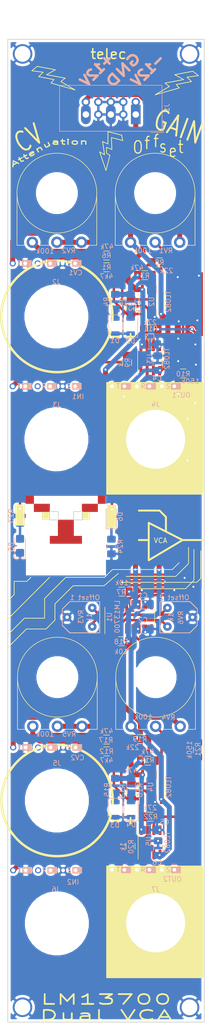
<source format=kicad_pcb>
(kicad_pcb (version 20171130) (host pcbnew "(5.1.5)-3")
  (layers (0 F.Cu signal) (31 B.Cu signal) (34 B.Paste user) (35 F.Paste user) (36 B.SilkS user) (37 F.SilkS user) (38 B.Mask user) (39 F.Mask user) (44 Edge.Cuts user))
  (net 0 "")
  (net 1 +12V)
  (net 2 GND)
  (net 3 -12V)
  (net 4 "Net-(D2-Pad2)")
  (net 5 "Net-(D4-Pad2)")
  (net 6 "Net-(D5-Pad2)")
  (net 7 "Net-(J2-PadRN)")
  (net 8 "Net-(J2-PadSN)")
  (net 9 /CV1)
  (net 10 "Net-(J2-PadR)")
  (net 11 "Net-(J3-PadRN)")
  (net 12 "Net-(J3-PadSN)")
  (net 13 /IN1)
  (net 14 "Net-(J3-PadR)")
  (net 15 "Net-(J4-PadTN)")
  (net 16 "Net-(J4-PadRN)")
  (net 17 "Net-(J4-PadSN)")
  (net 18 "Net-(J4-PadT)")
  (net 19 "Net-(J4-PadR)")
  (net 20 "Net-(R1-Pad2)")
  (net 21 "Net-(R1-Pad1)")
  (net 22 "Net-(R2-Pad2)")
  (net 23 "Net-(R6-Pad2)")
  (net 24 /OUT1)
  (net 25 "Net-(R8-Pad2)")
  (net 26 /ATT1)
  (net 27 "Net-(RV3-Pad1)")
  (net 28 "Net-(J5-PadRN)")
  (net 29 "Net-(J5-PadSN)")
  (net 30 /CV2)
  (net 31 "Net-(J5-PadR)")
  (net 32 "Net-(J6-PadRN)")
  (net 33 "Net-(J6-PadSN)")
  (net 34 /IN2)
  (net 35 "Net-(J6-PadR)")
  (net 36 "Net-(J7-PadTN)")
  (net 37 "Net-(J7-PadRN)")
  (net 38 "Net-(J7-PadSN)")
  (net 39 "Net-(J7-PadT)")
  (net 40 "Net-(J7-PadR)")
  (net 41 /Gain1)
  (net 42 /Gain2)
  (net 43 "Net-(R18-Pad2)")
  (net 44 "Net-(R19-Pad2)")
  (net 45 /OUT2)
  (net 46 "Net-(R22-Pad1)")
  (net 47 /ATT2)
  (net 48 "Net-(RV6-Pad3)")
  (net 49 "Net-(D1-Pad1)")
  (net 50 "Net-(D3-Pad1)")
  (net 51 "Net-(R7-Pad2)")
  (net 52 "Net-(R10-Pad2)")
  (net 53 "Net-(R10-Pad1)")
  (net 54 "Net-(R11-Pad1)")
  (net 55 "Net-(R12-Pad2)")
  (net 56 "Net-(R12-Pad1)")
  (net 57 "Net-(R13-Pad2)")
  (net 58 "Net-(R17-Pad2)")
  (net 59 "Net-(R21-Pad2)")
  (net 60 "Net-(R21-Pad1)")
  (net 61 "Net-(U1-Pad9)")
  (net 62 "Net-(U1-Pad8)")
  (net 63 "Net-(D6-Pad1)")
  (module Resistor_SMD:R_1206_3216Metric_Pad1.42x1.75mm_HandSolder (layer B.Cu) (at 37.1 163.8875 270)
    (fp_text reference R16 (at 0.9125 -1.8 270) (layer B.SilkS) (effects (justify mirror)))
    (fp_text value 2k2)
    (pad 2 smd roundrect (at 1.4875 0 270) (size 1.425 1.75) (layers B.Cu B.Paste B.Mask) (roundrect_rratio 0.175439) (net 5 "Net-(D4-Pad2)"))
    (pad 1 smd roundrect (at -1.4875 0 270) (size 1.425 1.75) (layers B.Cu B.Paste B.Mask) (roundrect_rratio 0.175439) (net 42 /Gain2))
  )
  (module Resistor_SMD:R_1206_3216Metric_Pad1.42x1.75mm_HandSolder (layer B.Cu) (at 33.9 163.8875 270)
    (fp_text reference R15 (at 0.8125 1.7 90) (layer B.SilkS) (effects (justify mirror)))
    (fp_text value 2k2)
    (pad 2 smd roundrect (at 1.4875 0 270) (size 1.425 1.75) (layers B.Cu B.Paste B.Mask) (roundrect_rratio 0.175439) (net 50 "Net-(D3-Pad1)"))
    (pad 1 smd roundrect (at -1.4875 0 270) (size 1.425 1.75) (layers B.Cu B.Paste B.Mask) (roundrect_rratio 0.175439) (net 42 /Gain2))
  )
  (module Resistor_SMD:R_1206_3216Metric_Pad1.42x1.75mm_HandSolder (layer B.Cu) (at 33.9 65.3875 270)
    (fp_text reference R4 (at 0 1.82 90) (layer B.SilkS) (effects (justify mirror)))
    (fp_text value 2k2)
    (pad 2 smd roundrect (at 1.4875 0 270) (size 1.425 1.75) (layers B.Cu B.Paste B.Mask) (roundrect_rratio 0.175439) (net 49 "Net-(D1-Pad1)"))
    (pad 1 smd roundrect (at -1.4875 0 270) (size 1.425 1.75) (layers B.Cu B.Paste B.Mask) (roundrect_rratio 0.175439) (net 41 /Gain1))
  )
  (module LED_SMD:LED_1206_3216Metric_ReverseMount_Hole1.8x2.4mm (layer B.Cu) (at 37.1 168.75 90)
    (fp_text reference D4 (at -3.05 0 180) (layer B.SilkS) (effects (justify mirror)))
    (fp_text value LED)
    (pad "" np_thru_hole oval (at 0 0 90) (size 1.8 2.4) (drill oval 1.8 2.4) (layers *.Cu *.Mask))
    (pad 2 smd roundrect (at 1.55 0 90) (size 0.95 1.75) (layers B.Cu B.Paste B.Mask) (roundrect_rratio 0.2) (net 5 "Net-(D4-Pad2)"))
    (pad 1 smd roundrect (at -1.55 0 90) (size 0.95 1.75) (layers B.Cu B.Paste B.Mask) (roundrect_rratio 0.2) (net 2 GND))
  )
  (module LED_SMD:LED_1206_3216Metric_ReverseMount_Hole1.8x2.4mm (layer B.Cu) (at 33.9 168.75 270)
    (fp_text reference D3 (at 3.15 0.1 180) (layer B.SilkS) (effects (justify mirror)))
    (fp_text value LED)
    (pad "" np_thru_hole oval (at 0 0 270) (size 1.8 2.4) (drill oval 1.8 2.4) (layers *.Cu *.Mask))
    (pad 2 smd roundrect (at 1.55 0 270) (size 0.95 1.75) (layers B.Cu B.Paste B.Mask) (roundrect_rratio 0.2) (net 2 GND))
    (pad 1 smd roundrect (at -1.55 0 270) (size 0.95 1.75) (layers B.Cu B.Paste B.Mask) (roundrect_rratio 0.2) (net 50 "Net-(D3-Pad1)"))
  )
  (module LED_SMD:LED_1206_3216Metric_ReverseMount_Hole1.8x2.4mm (layer B.Cu) (at 33.9 70.35 270)
    (fp_text reference D1 (at 2.95 0.1 180) (layer B.SilkS) (effects (justify mirror)))
    (fp_text value LED)
    (pad "" np_thru_hole oval (at 0 0 270) (size 1.8 2.4) (drill oval 1.8 2.4) (layers *.Cu *.Mask))
    (pad 2 smd roundrect (at 1.55 0 270) (size 0.95 1.75) (layers B.Cu B.Paste B.Mask) (roundrect_rratio 0.2) (net 2 GND))
    (pad 1 smd roundrect (at -1.55 0 270) (size 0.95 1.75) (layers B.Cu B.Paste B.Mask) (roundrect_rratio 0.2) (net 49 "Net-(D1-Pad1)"))
  )
  (module telec:Potentiometer_P3.81mmx5.12mm_Vertical (layer F.Cu) (at 44.5 127.7 180)
    (fp_text reference RV6 (at -2.7 -2 90) (layer B.SilkS) (effects (justify mirror)))
    (fp_text value 1k (at -0.7 -1.9 90) (layer B.SilkS) (effects (justify mirror)))
    (pad 1 thru_hole circle (at 0 0 180) (size 1.75 1.75) (drill 0.7) (layers *.Cu *.Mask) (net 59 "Net-(R21-Pad2)"))
    (pad 2 thru_hole circle (at -5.12 -1.905 180) (size 1.75 1.75) (drill 0.7) (layers *.Cu *.Mask) (net 2 GND))
    (pad 3 thru_hole circle (at 0 -3.81 180) (size 1.75 1.75) (drill 0.7) (layers *.Cu *.Mask) (net 48 "Net-(RV6-Pad3)"))
  )
  (module telec:Potentiometer_P3.81mmx5.12mm_Vertical (layer F.Cu) (at 29.2 131.5)
    (fp_text reference RV3 (at -2.3 -2 90) (layer B.SilkS) (effects (justify mirror)))
    (fp_text value 1k (at -0.6 -1.8 90) (layer B.SilkS) (effects (justify mirror)))
    (pad 1 thru_hole circle (at 0 0) (size 1.75 1.75) (drill 0.7) (layers *.Cu *.Mask) (net 27 "Net-(RV3-Pad1)"))
    (pad 2 thru_hole circle (at -5.12 -1.905) (size 1.75 1.75) (drill 0.7) (layers *.Cu *.Mask) (net 2 GND))
    (pad 3 thru_hole circle (at 0 -3.81) (size 1.75 1.75) (drill 0.7) (layers *.Cu *.Mask) (net 52 "Net-(R10-Pad2)"))
  )
  (module logo:telec-16 (layer F.Cu) (at 23.8 113)
    (fp_text reference LOGO1 hide)
    (fp_text value telec hide)
    (fp_poly (pts (xy 6.5405 -8.128) (xy 8.128 -8.128) (xy 8.128 -6.477) (xy 6.5405 -6.477) (xy 6.5405 -8.128)) (layer F.Cu) (width 0.01))
    (fp_poly (pts (xy 6.5405 -4.826) (xy 4.8895 -4.826) (xy 4.8895 -3.2385) (xy 3.302 -3.2385) (xy 3.302 -6.477) (xy 6.5405 -6.477) (xy 6.5405 -4.826)) (layer F.Cu) (width 0.01))
    (fp_poly (pts (xy -8.128 -6.477) (xy -8.128 -8.128) (xy -6.477 -8.128) (xy -6.477 -6.477) (xy -8.128 -6.477)) (layer F.Cu) (width 0.01))
    (fp_poly (pts (xy -3.2385 -6.477) (xy -3.2385 -3.2385) (xy -4.826 -3.2385) (xy -4.826 -4.826) (xy -6.477 -4.826) (xy -6.477 -6.477) (xy -3.2385 -6.477)) (layer F.Cu) (width 0.01))
    (fp_poly (pts (xy 1.651 0.0635) (xy 3.302 0.0635) (xy 3.302 1.651) (xy -3.2385 1.651) (xy -3.2385 0.0635) (xy -1.5875 0.0635) (xy -1.5875 -3.2385) (xy 1.651 -3.2385) (xy 1.651 0.0635)) (layer F.Cu) (width 0.01))
    (fp_line (start -1.5 -4.9) (end -1.5 -3.2) (layer Edge.Cuts) (width 0.15))
    (fp_line (start -3.3 -4.9) (end -3.3 -3.2) (layer Edge.Cuts) (width 0.15))
    (fp_line (start -3.3 -3.2) (end -1.5 -3.2) (layer Edge.Cuts) (width 0.15))
    (fp_line (start -3.3 -4.9) (end -1.5 -4.9) (layer Edge.Cuts) (width 0.15))
    (fp_line (start 3.4 -4.9) (end 3.4 -3.2) (layer Edge.Cuts) (width 0.15))
    (fp_line (start 1.6 -4.9) (end 1.6 -3.2) (layer Edge.Cuts) (width 0.15))
    (fp_line (start 1.6 -4.9) (end 3.4 -4.9) (layer Edge.Cuts) (width 0.15))
    (fp_line (start 1.6 -3.2) (end 3.4 -3.2) (layer Edge.Cuts) (width 0.15))
  )
  (module Capacitor_SMD:C_1206_3216Metric_Pad1.42x1.75mm_HandSolder (layer B.Cu) (at 39.5125 132 180)
    (fp_text reference C2 (at 0 1.82) (layer B.SilkS) (effects (justify mirror)))
    (fp_text value 100n)
    (pad 2 smd roundrect (at 1.4875 0 180) (size 1.425 1.75) (layers B.Cu B.Paste B.Mask) (roundrect_rratio 0.175439) (net 3 -12V))
    (pad 1 smd roundrect (at -1.4875 0 180) (size 1.425 1.75) (layers B.Cu B.Paste B.Mask) (roundrect_rratio 0.175439) (net 2 GND))
  )
  (module Capacitor_SMD:C_1206_3216Metric_Pad1.42x1.75mm_HandSolder (layer B.Cu) (at 39.5125 127 180)
    (fp_text reference C1 (at 0 1.82) (layer B.SilkS) (effects (justify mirror)))
    (fp_text value 100n)
    (pad 2 smd roundrect (at 1.4875 0 180) (size 1.425 1.75) (layers B.Cu B.Paste B.Mask) (roundrect_rratio 0.175439) (net 1 +12V))
    (pad 1 smd roundrect (at -1.4875 0 180) (size 1.425 1.75) (layers B.Cu B.Paste B.Mask) (roundrect_rratio 0.175439) (net 2 GND))
  )
  (module Capacitor_SMD:C_1206_3216Metric_Pad1.42x1.75mm_HandSolder (layer B.Cu) (at 40.8875 172.9 180)
    (fp_text reference C5 (at -3.0125 1.6) (layer B.SilkS) (effects (justify mirror)))
    (fp_text value 100n)
    (pad 2 smd roundrect (at 1.4875 0 180) (size 1.425 1.75) (layers B.Cu B.Paste B.Mask) (roundrect_rratio 0.175439) (net 1 +12V))
    (pad 1 smd roundrect (at -1.4875 0 180) (size 1.425 1.75) (layers B.Cu B.Paste B.Mask) (roundrect_rratio 0.175439) (net 2 GND))
  )
  (module Capacitor_SMD:C_1206_3216Metric_Pad1.42x1.75mm_HandSolder (layer B.Cu) (at 42.6 176.5875 270)
    (fp_text reference C6 (at 2.9125 0.2 180) (layer B.SilkS) (effects (justify mirror)))
    (fp_text value 100n)
    (pad 2 smd roundrect (at 1.4875 0 270) (size 1.425 1.75) (layers B.Cu B.Paste B.Mask) (roundrect_rratio 0.175439) (net 3 -12V))
    (pad 1 smd roundrect (at -1.4875 0 270) (size 1.425 1.75) (layers B.Cu B.Paste B.Mask) (roundrect_rratio 0.175439) (net 2 GND))
  )
  (module Resistor_SMD:R_1206_3216Metric_Pad1.42x1.75mm_HandSolder (layer F.Cu) (at 35.2125 124.4 180)
    (fp_text reference R7 (at 0.1125 -0.1) (layer B.SilkS) (effects (justify mirror)))
    (fp_text value 10k (at 0 1.82) (layer B.SilkS) (effects (justify mirror)))
    (pad 2 smd roundrect (at 1.4875 0 180) (size 1.425 1.75) (layers F.Cu F.Paste F.Mask) (roundrect_rratio 0.175439) (net 51 "Net-(R7-Pad2)"))
    (pad 1 smd roundrect (at -1.4875 0 180) (size 1.425 1.75) (layers F.Cu F.Paste F.Mask) (roundrect_rratio 0.175439) (net 1 +12V))
  )
  (module Resistor_SMD:R_1206_3216Metric_Pad1.42x1.75mm_HandSolder (layer F.Cu) (at 32.1125 156.9)
    (fp_text reference R12 (at -0.0125 0) (layer B.SilkS) (effects (justify mirror)))
    (fp_text value 4k7 (at 0 1.82) (layer B.SilkS) (effects (justify mirror)))
    (pad 2 smd roundrect (at 1.4875 0) (size 1.425 1.75) (layers F.Cu F.Paste F.Mask) (roundrect_rratio 0.175439) (net 55 "Net-(R12-Pad2)"))
    (pad 1 smd roundrect (at -1.4875 0) (size 1.425 1.75) (layers F.Cu F.Paste F.Mask) (roundrect_rratio 0.175439) (net 56 "Net-(R12-Pad1)"))
  )
  (module Resistor_SMD:R_1206_3216Metric_Pad1.42x1.75mm_HandSolder (layer F.Cu) (at 37.2 165.0125 90)
    (fp_text reference R13 (at 0 -1.82 90) (layer B.SilkS) (effects (justify mirror)))
    (fp_text value 47k (at 4.2125 -0.1 180) (layer B.SilkS) (effects (justify mirror)))
    (pad 2 smd roundrect (at 1.4875 0 90) (size 1.425 1.75) (layers F.Cu F.Paste F.Mask) (roundrect_rratio 0.175439) (net 57 "Net-(R13-Pad2)"))
    (pad 1 smd roundrect (at -1.4875 0 90) (size 1.425 1.75) (layers F.Cu F.Paste F.Mask) (roundrect_rratio 0.175439) (net 55 "Net-(R12-Pad2)"))
  )
  (module Resistor_SMD:R_1206_3216Metric_Pad1.42x1.75mm_HandSolder (layer F.Cu) (at 40.5125 158.8 180)
    (fp_text reference R14 (at 0.1125 0.1) (layer B.SilkS) (effects (justify mirror)))
    (fp_text value 47k (at 0 1.82) (layer B.SilkS) (effects (justify mirror)))
    (pad 2 smd roundrect (at 1.4875 0 180) (size 1.425 1.75) (layers F.Cu F.Paste F.Mask) (roundrect_rratio 0.175439) (net 42 /Gain2))
    (pad 1 smd roundrect (at -1.4875 0 180) (size 1.425 1.75) (layers F.Cu F.Paste F.Mask) (roundrect_rratio 0.175439) (net 57 "Net-(R13-Pad2)"))
  )
  (module Resistor_SMD:R_1206_3216Metric_Pad1.42x1.75mm_HandSolder (layer F.Cu) (at 32.1125 154.5)
    (fp_text reference R17 (at -0.1125 0.1) (layer B.SilkS) (effects (justify mirror)))
    (fp_text value 47k (at 0 -1.7) (layer B.SilkS) (effects (justify mirror)))
    (pad 2 smd roundrect (at 1.4875 0) (size 1.425 1.75) (layers F.Cu F.Paste F.Mask) (roundrect_rratio 0.175439) (net 58 "Net-(R17-Pad2)"))
    (pad 1 smd roundrect (at -1.4875 0) (size 1.425 1.75) (layers F.Cu F.Paste F.Mask) (roundrect_rratio 0.175439) (net 30 /CV2))
  )
  (module Resistor_SMD:R_1206_3216Metric_Pad1.42x1.75mm_HandSolder (layer F.Cu) (at 35.0875 134.5 180)
    (fp_text reference R18 (at -0.0125 -0.1) (layer B.SilkS) (effects (justify mirror)))
    (fp_text value 10k (at 0 -2.1) (layer B.SilkS) (effects (justify mirror)))
    (pad 2 smd roundrect (at 1.4875 0 180) (size 1.425 1.75) (layers F.Cu F.Paste F.Mask) (roundrect_rratio 0.175439) (net 43 "Net-(R18-Pad2)"))
    (pad 1 smd roundrect (at -1.4875 0 180) (size 1.425 1.75) (layers F.Cu F.Paste F.Mask) (roundrect_rratio 0.175439) (net 1 +12V))
  )
  (module Resistor_SMD:R_1206_3216Metric_Pad1.42x1.75mm_HandSolder (layer F.Cu) (at 39.0125 154.4 180)
    (fp_text reference R19 (at 0.1125 0) (layer B.SilkS) (effects (justify mirror)))
    (fp_text value 22k (at 1.6125 -1.7) (layer B.SilkS) (effects (justify mirror)))
    (pad 2 smd roundrect (at 1.4875 0 180) (size 1.425 1.75) (layers F.Cu F.Paste F.Mask) (roundrect_rratio 0.175439) (net 44 "Net-(R19-Pad2)"))
    (pad 1 smd roundrect (at -1.4875 0 180) (size 1.425 1.75) (layers F.Cu F.Paste F.Mask) (roundrect_rratio 0.175439) (net 42 /Gain2))
  )
  (module Resistor_SMD:R_1206_3216Metric_Pad1.42x1.75mm_HandSolder (layer F.Cu) (at 37 176.2125 90)
    (fp_text reference R20 (at -0.0875 0.1 90) (layer B.SilkS) (effects (justify mirror)))
    (fp_text value 1k (at -0.0875 -1.6 90) (layer B.SilkS) (effects (justify mirror)))
    (pad 2 smd roundrect (at 1.4875 0 90) (size 1.425 1.75) (layers F.Cu F.Paste F.Mask) (roundrect_rratio 0.175439) (net 45 /OUT2))
    (pad 1 smd roundrect (at -1.4875 0 90) (size 1.425 1.75) (layers F.Cu F.Paste F.Mask) (roundrect_rratio 0.175439) (net 39 "Net-(J7-PadT)"))
  )
  (module Resistor_SMD:R_1206_3216Metric_Pad1.42x1.75mm_HandSolder (layer F.Cu) (at 50.7 156.5875 90)
    (fp_text reference R21 (at 0.0875 0 90) (layer B.SilkS) (effects (justify mirror)))
    (fp_text value 150k (at 0 -1.7 90) (layer B.SilkS) (effects (justify mirror)))
    (pad 2 smd roundrect (at 1.4875 0 90) (size 1.425 1.75) (layers F.Cu F.Paste F.Mask) (roundrect_rratio 0.175439) (net 59 "Net-(R21-Pad2)"))
    (pad 1 smd roundrect (at -1.4875 0 90) (size 1.425 1.75) (layers F.Cu F.Paste F.Mask) (roundrect_rratio 0.175439) (net 60 "Net-(R21-Pad1)"))
  )
  (module Package_SO:SOIC-16_3.9x9.9mm_P1.27mm (layer F.Cu) (at 36.835 129.525 90)
    (fp_text reference U1 (at -0.075 -4.135 90) (layer B.SilkS) (effects (justify mirror)))
    (fp_text value LM13700 (at 0.025 -2.535 90) (layer B.SilkS) (effects (justify mirror)))
    (pad 16 smd roundrect (at 2.475 -4.445 90) (size 1.95 0.6) (layers F.Cu F.Paste F.Mask) (net 25 "Net-(R8-Pad2)"))
    (pad 15 smd roundrect (at 2.475 -3.175 90) (size 1.95 0.6) (layers F.Cu F.Paste F.Mask) (net 51 "Net-(R7-Pad2)"))
    (pad 14 smd roundrect (at 2.475 -1.905 90) (size 1.95 0.6) (layers F.Cu F.Paste F.Mask) (net 52 "Net-(R10-Pad2)"))
    (pad 13 smd roundrect (at 2.475 -0.635 90) (size 1.95 0.6) (layers F.Cu F.Paste F.Mask) (net 27 "Net-(RV3-Pad1)"))
    (pad 12 smd roundrect (at 2.475 0.635 90) (size 1.95 0.6) (layers F.Cu F.Paste F.Mask) (net 54 "Net-(R11-Pad1)"))
    (pad 11 smd roundrect (at 2.475 1.905 90) (size 1.95 0.6) (layers F.Cu F.Paste F.Mask) (net 1 +12V))
    (pad 10 smd roundrect (at 2.475 3.175 90) (size 1.95 0.6) (layers F.Cu F.Paste F.Mask) (net 2 GND))
    (pad 9 smd roundrect (at 2.475 4.445 90) (size 1.95 0.6) (layers F.Cu F.Paste F.Mask) (net 61 "Net-(U1-Pad9)"))
    (pad 8 smd roundrect (at -2.475 4.445 90) (size 1.95 0.6) (layers F.Cu F.Paste F.Mask) (net 62 "Net-(U1-Pad8)"))
    (pad 7 smd roundrect (at -2.475 3.175 90) (size 1.95 0.6) (layers F.Cu F.Paste F.Mask) (net 2 GND))
    (pad 6 smd roundrect (at -2.475 1.905 90) (size 1.95 0.6) (layers F.Cu F.Paste F.Mask) (net 3 -12V))
    (pad 5 smd roundrect (at -2.475 0.635 90) (size 1.95 0.6) (layers F.Cu F.Paste F.Mask) (net 46 "Net-(R22-Pad1)"))
    (pad 4 smd roundrect (at -2.475 -0.635 90) (size 1.95 0.6) (layers F.Cu F.Paste F.Mask) (net 48 "Net-(RV6-Pad3)"))
    (pad 3 smd roundrect (at -2.475 -1.905 90) (size 1.95 0.6) (layers F.Cu F.Paste F.Mask) (net 59 "Net-(R21-Pad2)"))
    (pad 2 smd roundrect (at -2.475 -3.175 90) (size 1.95 0.6) (layers F.Cu F.Paste F.Mask) (net 43 "Net-(R18-Pad2)"))
    (pad 1 smd roundrect (at -2.475 -4.445 90) (size 1.95 0.6) (layers F.Cu F.Paste F.Mask) (net 44 "Net-(R19-Pad2)"))
  )
  (module telec:JackHole (layer F.Cu) (at 22 191.9 180)
    (fp_text reference J6 (at 0.2 6.9) (layer B.SilkS) (effects (justify mirror)))
    (fp_text value IN2 (at -3.3 8.4) (layer B.SilkS) (effects (justify mirror)))
    (fp_text user T (at 7.62 10.795) (layer B.SilkS))
    (fp_text user R (at 2.54 10.795) (layer B.SilkS))
    (fp_text user S (at -2.54 10.795) (layer B.SilkS))
    (pad TN thru_hole circle (at 6.35 10.795 180) (size 1.27 1.27) (drill 0.762) (layers *.Cu *.Mask) (net 2 GND))
    (pad RN thru_hole circle (at 1.27 10.795 180) (size 1.27 1.27) (drill 0.762) (layers *.Cu *.Mask) (net 32 "Net-(J6-PadRN)"))
    (pad SN thru_hole circle (at -3.81 10.795 180) (size 1.27 1.27) (drill 0.762) (layers *.Cu *.Mask) (net 33 "Net-(J6-PadSN)"))
    (pad T thru_hole circle (at 8.89 10.795 180) (size 1.27 1.27) (drill 0.762) (layers *.Cu *.Mask) (net 34 /IN2))
    (pad R thru_hole circle (at 3.81 10.795 180) (size 1.27 1.27) (drill 0.762) (layers *.Cu *.Mask) (net 35 "Net-(J6-PadR)"))
    (pad S thru_hole circle (at -1.27 10.795 180) (size 1.27 1.27) (drill 0.762) (layers *.Cu *.Mask) (net 2 GND))
    (pad "" np_thru_hole circle (at 0 0 180) (size 12 12) (drill 12) (layers *.Cu *.Mask))
  )
  (module telec:JackHole (layer F.Cu) (at 42.1 191.8 180)
    (fp_text reference J7 (at 0 6.8) (layer B.SilkS) (effects (justify mirror)))
    (fp_text value OUT2 (at -3.4 8.9) (layer B.SilkS) (effects (justify mirror)))
    (fp_text user T (at 7.62 10.795) (layer B.SilkS))
    (fp_text user R (at 2.54 10.795) (layer B.SilkS))
    (fp_text user S (at -2.54 10.795) (layer B.SilkS))
    (pad TN thru_hole circle (at 6.35 10.795 180) (size 1.27 1.27) (drill 0.762) (layers *.Cu *.Mask) (net 36 "Net-(J7-PadTN)"))
    (pad RN thru_hole circle (at 1.27 10.795 180) (size 1.27 1.27) (drill 0.762) (layers *.Cu *.Mask) (net 37 "Net-(J7-PadRN)"))
    (pad SN thru_hole circle (at -3.81 10.795 180) (size 1.27 1.27) (drill 0.762) (layers *.Cu *.Mask) (net 38 "Net-(J7-PadSN)"))
    (pad T thru_hole circle (at 8.89 10.795 180) (size 1.27 1.27) (drill 0.762) (layers *.Cu *.Mask) (net 39 "Net-(J7-PadT)"))
    (pad R thru_hole circle (at 3.81 10.795 180) (size 1.27 1.27) (drill 0.762) (layers *.Cu *.Mask) (net 40 "Net-(J7-PadR)"))
    (pad S thru_hole circle (at -1.27 10.795 180) (size 1.27 1.27) (drill 0.762) (layers *.Cu *.Mask) (net 2 GND))
    (pad "" np_thru_hole circle (at 0 0 180) (size 12 12) (drill 12) (layers *.Cu *.Mask))
  )
  (module telec:JackHole (layer F.Cu) (at 22 166.9 180)
    (fp_text reference J5 (at 0 7.6) (layer B.SilkS) (effects (justify mirror)))
    (fp_text value CV2 (at -4.2 8.7) (layer B.SilkS) (effects (justify mirror)))
    (fp_text user T (at 7.62 10.795) (layer B.SilkS))
    (fp_text user R (at 2.54 10.795) (layer B.SilkS))
    (fp_text user S (at -2.54 10.795) (layer B.SilkS))
    (pad TN thru_hole circle (at 6.35 10.795 180) (size 1.27 1.27) (drill 0.762) (layers *.Cu *.Mask) (net 2 GND))
    (pad RN thru_hole circle (at 1.27 10.795 180) (size 1.27 1.27) (drill 0.762) (layers *.Cu *.Mask) (net 28 "Net-(J5-PadRN)"))
    (pad SN thru_hole circle (at -3.81 10.795 180) (size 1.27 1.27) (drill 0.762) (layers *.Cu *.Mask) (net 29 "Net-(J5-PadSN)"))
    (pad T thru_hole circle (at 8.89 10.795 180) (size 1.27 1.27) (drill 0.762) (layers *.Cu *.Mask) (net 30 /CV2))
    (pad R thru_hole circle (at 3.81 10.795 180) (size 1.27 1.27) (drill 0.762) (layers *.Cu *.Mask) (net 31 "Net-(J5-PadR)"))
    (pad S thru_hole circle (at -1.27 10.795 180) (size 1.27 1.27) (drill 0.762) (layers *.Cu *.Mask) (net 2 GND))
    (pad "" np_thru_hole circle (at 0 0 180) (size 12 12) (drill 12) (layers *.Cu *.Mask))
  )
  (module Potentiometer_THT:Potentiometer_Piher_T-16L_Single_Vertical_Hole (layer F.Cu) (at 47.1 151.8 90)
    (fp_text reference RV4 (at 1.8 -2.4 180) (layer B.SilkS) (effects (justify mirror)))
    (fp_text value 100k (at 1.9 -7.5 180) (layer B.SilkS) (effects (justify mirror)))
    (pad "" np_thru_hole circle (at 10 -5 90) (size 7.5 7.5) (drill 7.5) (layers *.Cu *.Mask))
    (pad 1 thru_hole circle (at 0 0 90) (size 2.34 2.34) (drill 1.3) (layers *.Cu *.Mask) (net 1 +12V))
    (pad 2 thru_hole circle (at 0 -5 90) (size 2.34 2.34) (drill 1.3) (layers *.Cu *.Mask) (net 47 /ATT2))
    (pad 3 thru_hole circle (at 0 -10 90) (size 2.34 2.34) (drill 1.3) (layers *.Cu *.Mask) (net 3 -12V))
  )
  (module Potentiometer_THT:Potentiometer_Piher_T-16L_Single_Vertical_Hole (layer F.Cu) (at 27.1 151.8 90)
    (fp_text reference RV5 (at -1.6 -2.6 180) (layer B.SilkS) (effects (justify mirror)))
    (fp_text value 100k (at -1.6 -7.5 180) (layer B.SilkS) (effects (justify mirror)))
    (pad "" np_thru_hole circle (at 10 -5 90) (size 7.5 7.5) (drill 7.5) (layers *.Cu *.Mask))
    (pad 1 thru_hole circle (at 0 0 90) (size 2.34 2.34) (drill 1.3) (layers *.Cu *.Mask) (net 58 "Net-(R17-Pad2)"))
    (pad 2 thru_hole circle (at 0 -5 90) (size 2.34 2.34) (drill 1.3) (layers *.Cu *.Mask) (net 58 "Net-(R17-Pad2)"))
    (pad 3 thru_hole circle (at 0 -10 90) (size 2.34 2.34) (drill 1.3) (layers *.Cu *.Mask) (net 56 "Net-(R12-Pad1)"))
  )
  (module Package_SO:SOIC-8_3.9x4.9mm_P1.27mm (layer F.Cu) (at 41.35 164.15 90)
    (fp_text reference U4 (at 0 -0.25 90) (layer B.SilkS) (effects (justify mirror)))
    (fp_text value TL082 (at 0 3.4 90) (layer B.SilkS) (effects (justify mirror)))
    (pad 8 smd roundrect (at 2.475 -1.905 90) (size 1.95 0.6) (layers F.Cu F.Paste F.Mask) (net 1 +12V))
    (pad 7 smd roundrect (at 2.475 -0.635 90) (size 1.95 0.6) (layers F.Cu F.Paste F.Mask) (net 42 /Gain2))
    (pad 6 smd roundrect (at 2.475 0.635 90) (size 1.95 0.6) (layers F.Cu F.Paste F.Mask) (net 57 "Net-(R13-Pad2)"))
    (pad 5 smd roundrect (at 2.475 1.905 90) (size 1.95 0.6) (layers F.Cu F.Paste F.Mask) (net 47 /ATT2))
    (pad 4 smd roundrect (at -2.475 1.905 90) (size 1.95 0.6) (layers F.Cu F.Paste F.Mask) (net 3 -12V))
    (pad 3 smd roundrect (at -2.475 0.635 90) (size 1.95 0.6) (layers F.Cu F.Paste F.Mask) (net 2 GND))
    (pad 2 smd roundrect (at -2.475 -0.635 90) (size 1.95 0.6) (layers F.Cu F.Paste F.Mask) (net 58 "Net-(R17-Pad2)"))
    (pad 1 smd roundrect (at -2.475 -1.905 90) (size 1.95 0.6) (layers F.Cu F.Paste F.Mask) (net 55 "Net-(R12-Pad2)"))
  )
  (module Package_SO:SOIC-8_3.9x4.9mm_P1.27mm (layer F.Cu) (at 41.095 175.425 90)
    (fp_text reference U5 (at 0.225 -0.395 90) (layer B.SilkS) (effects (justify mirror)))
    (fp_text value TL082 (at 0 3.4 90) (layer B.SilkS) (effects (justify mirror)))
    (pad 8 smd roundrect (at 2.475 -1.905 90) (size 1.95 0.6) (layers F.Cu F.Paste F.Mask) (net 1 +12V))
    (pad 7 smd roundrect (at 2.475 -0.635 90) (size 1.95 0.6) (layers F.Cu F.Paste F.Mask) (net 45 /OUT2))
    (pad 6 smd roundrect (at 2.475 0.635 90) (size 1.95 0.6) (layers F.Cu F.Paste F.Mask) (net 46 "Net-(R22-Pad1)"))
    (pad 5 smd roundrect (at 2.475 1.905 90) (size 1.95 0.6) (layers F.Cu F.Paste F.Mask) (net 2 GND))
    (pad 4 smd roundrect (at -2.475 1.905 90) (size 1.95 0.6) (layers F.Cu F.Paste F.Mask) (net 3 -12V))
    (pad 3 smd roundrect (at -2.475 0.635 90) (size 1.95 0.6) (layers F.Cu F.Paste F.Mask) (net 34 /IN2))
    (pad 2 smd roundrect (at -2.475 -0.635 90) (size 1.95 0.6) (layers F.Cu F.Paste F.Mask) (net 60 "Net-(R21-Pad1)"))
    (pad 1 smd roundrect (at -2.475 -1.905 90) (size 1.95 0.6) (layers F.Cu F.Paste F.Mask) (net 60 "Net-(R21-Pad1)"))
  )
  (module Resistor_SMD:R_1206_3216Metric_Pad1.42x1.75mm_HandSolder (layer F.Cu) (at 41.0125 170.2 180)
    (fp_text reference R22 (at -0.0875 0) (layer B.SilkS) (effects (justify mirror)))
    (fp_text value 27k (at 0 1.82) (layer B.SilkS) (effects (justify mirror)))
    (pad 2 smd roundrect (at 1.4875 0 180) (size 1.425 1.75) (layers F.Cu F.Paste F.Mask) (roundrect_rratio 0.175439) (net 45 /OUT2))
    (pad 1 smd roundrect (at -1.4875 0 180) (size 1.425 1.75) (layers F.Cu F.Paste F.Mask) (roundrect_rratio 0.175439) (net 46 "Net-(R22-Pad1)"))
  )
  (module Resistor_SMD:R_1206_3216Metric_Pad1.42x1.75mm_HandSolder (layer F.Cu) (at 41.1125 71 180)
    (fp_text reference R11 (at 0.0125 0.1) (layer B.SilkS) (effects (justify mirror)))
    (fp_text value 27k (at 0.1125 1.4) (layer B.SilkS) (effects (justify mirror)))
    (pad 2 smd roundrect (at 1.4875 0 180) (size 1.425 1.75) (layers F.Cu F.Paste F.Mask) (roundrect_rratio 0.175439) (net 24 /OUT1))
    (pad 1 smd roundrect (at -1.4875 0 180) (size 1.425 1.75) (layers F.Cu F.Paste F.Mask) (roundrect_rratio 0.175439) (net 54 "Net-(R11-Pad1)"))
  )
  (module Resistor_SMD:R_1206_3216Metric_Pad1.42x1.75mm_HandSolder (layer F.Cu) (at 47.7125 80)
    (fp_text reference R10 (at 0 0.1) (layer B.SilkS) (effects (justify mirror)))
    (fp_text value 150k (at 1.4875 1.6) (layer B.SilkS) (effects (justify mirror)))
    (pad 2 smd roundrect (at 1.4875 0) (size 1.425 1.75) (layers F.Cu F.Paste F.Mask) (roundrect_rratio 0.175439) (net 52 "Net-(R10-Pad2)"))
    (pad 1 smd roundrect (at -1.4875 0) (size 1.425 1.75) (layers F.Cu F.Paste F.Mask) (roundrect_rratio 0.175439) (net 53 "Net-(R10-Pad1)"))
  )
  (module Resistor_SMD:R_1206_3216Metric_Pad1.42x1.75mm_HandSolder (layer F.Cu) (at 36.3 77.7875 90)
    (fp_text reference R9 (at 0 0.1 90) (layer B.SilkS) (effects (justify mirror)))
    (fp_text value 1k (at -0.0125 -1.4 90) (layer B.SilkS) (effects (justify mirror)))
    (pad 2 smd roundrect (at 1.4875 0 90) (size 1.425 1.75) (layers F.Cu F.Paste F.Mask) (roundrect_rratio 0.175439) (net 24 /OUT1))
    (pad 1 smd roundrect (at -1.4875 0 90) (size 1.425 1.75) (layers F.Cu F.Paste F.Mask) (roundrect_rratio 0.175439) (net 18 "Net-(J4-PadT)"))
  )
  (module Resistor_SMD:R_1206_3216Metric_Pad1.42x1.75mm_HandSolder (layer F.Cu) (at 42.8875 57.4)
    (fp_text reference R8 (at 0 0) (layer B.SilkS) (effects (justify mirror)))
    (fp_text value 22k (at 1.4125 1.7) (layer B.SilkS) (effects (justify mirror)))
    (pad 2 smd roundrect (at 1.4875 0) (size 1.425 1.75) (layers F.Cu F.Paste F.Mask) (roundrect_rratio 0.175439) (net 25 "Net-(R8-Pad2)"))
    (pad 1 smd roundrect (at -1.4875 0) (size 1.425 1.75) (layers F.Cu F.Paste F.Mask) (roundrect_rratio 0.175439) (net 41 /Gain1))
  )
  (module Resistor_SMD:R_1206_3216Metric_Pad1.42x1.75mm_HandSolder (layer F.Cu) (at 32.1125 56)
    (fp_text reference R6 (at -0.0125 0) (layer B.SilkS) (effects (justify mirror)))
    (fp_text value 47k (at 0.0875 -1.8) (layer B.SilkS) (effects (justify mirror)))
    (pad 2 smd roundrect (at 1.4875 0) (size 1.425 1.75) (layers F.Cu F.Paste F.Mask) (roundrect_rratio 0.175439) (net 23 "Net-(R6-Pad2)"))
    (pad 1 smd roundrect (at -1.4875 0) (size 1.425 1.75) (layers F.Cu F.Paste F.Mask) (roundrect_rratio 0.175439) (net 9 /CV1))
  )
  (module Resistor_SMD:R_1206_3216Metric_Pad1.42x1.75mm_HandSolder (layer F.Cu) (at 39.9125 60 180)
    (fp_text reference R3 (at 0 -0.1) (layer B.SilkS) (effects (justify mirror)))
    (fp_text value 47k (at 1.6125 1.5) (layer B.SilkS) (effects (justify mirror)))
    (pad 2 smd roundrect (at 1.4875 0 180) (size 1.425 1.75) (layers F.Cu F.Paste F.Mask) (roundrect_rratio 0.175439) (net 41 /Gain1))
    (pad 1 smd roundrect (at -1.4875 0 180) (size 1.425 1.75) (layers F.Cu F.Paste F.Mask) (roundrect_rratio 0.175439) (net 22 "Net-(R2-Pad2)"))
  )
  (module Resistor_SMD:R_1206_3216Metric_Pad1.42x1.75mm_HandSolder (layer F.Cu) (at 37.1 66.4125 90)
    (fp_text reference R2 (at 0.0125 0.1 90) (layer B.SilkS) (effects (justify mirror)))
    (fp_text value 47k (at 0.0125 1.6 90) (layer B.SilkS) (effects (justify mirror)))
    (pad 2 smd roundrect (at 1.4875 0 90) (size 1.425 1.75) (layers F.Cu F.Paste F.Mask) (roundrect_rratio 0.175439) (net 22 "Net-(R2-Pad2)"))
    (pad 1 smd roundrect (at -1.4875 0 90) (size 1.425 1.75) (layers F.Cu F.Paste F.Mask) (roundrect_rratio 0.175439) (net 20 "Net-(R1-Pad2)"))
  )
  (module Resistor_SMD:R_1206_3216Metric_Pad1.42x1.75mm_HandSolder (layer F.Cu) (at 32.1125 58.4)
    (fp_text reference R1 (at -0.0125 0) (layer B.SilkS) (effects (justify mirror)))
    (fp_text value 4k7 (at 0 1.82) (layer B.SilkS) (effects (justify mirror)))
    (pad 2 smd roundrect (at 1.4875 0) (size 1.425 1.75) (layers F.Cu F.Paste F.Mask) (roundrect_rratio 0.175439) (net 20 "Net-(R1-Pad2)"))
    (pad 1 smd roundrect (at -1.4875 0) (size 1.425 1.75) (layers F.Cu F.Paste F.Mask) (roundrect_rratio 0.175439) (net 21 "Net-(R1-Pad1)"))
  )
  (module Capacitor_SMD:C_1206_3216Metric_Pad1.42x1.75mm_HandSolder (layer B.Cu) (at 42.5 77.8875 270)
    (fp_text reference C4 (at 3.1125 0.1 180) (layer B.SilkS) (effects (justify mirror)))
    (fp_text value 100n)
    (pad 2 smd roundrect (at 1.4875 0 270) (size 1.425 1.75) (layers B.Cu B.Paste B.Mask) (roundrect_rratio 0.175439) (net 3 -12V))
    (pad 1 smd roundrect (at -1.4875 0 270) (size 1.425 1.75) (layers B.Cu B.Paste B.Mask) (roundrect_rratio 0.175439) (net 2 GND))
  )
  (module Capacitor_SMD:C_1206_3216Metric_Pad1.42x1.75mm_HandSolder (layer B.Cu) (at 40.9875 74.1 180)
    (fp_text reference C3 (at -0.0125 1.6) (layer B.SilkS) (effects (justify mirror)))
    (fp_text value 100n)
    (pad 1 smd roundrect (at -1.4875 0 180) (size 1.425 1.75) (layers B.Cu B.Paste B.Mask) (roundrect_rratio 0.175439) (net 2 GND))
    (pad 2 smd roundrect (at 1.4875 0 180) (size 1.425 1.75) (layers B.Cu B.Paste B.Mask) (roundrect_rratio 0.175439) (net 1 +12V))
  )
  (module Kosmo_panel:Kosmo_Panel_Dual_Mounting_Holes (layer F.Cu) (at 49 209)
    (fp_text reference H2 hide)
    (fp_text value Mounting_Holes hide)
    (pad 1 thru_hole circle (at 0.0127 -194.0052) (size 4 4) (drill 3.2) (layers *.Cu *.Mask) (net 2 GND))
    (pad 1 thru_hole circle (at 0 0) (size 4 4) (drill 3.2) (layers *.Cu *.Mask) (net 2 GND))
  )
  (module Package_SO:SOIC-8_3.9x4.9mm_P1.27mm (layer F.Cu) (at 41.005 76.975 90)
    (fp_text reference U3 (at -0.025 -0.105 90) (layer B.SilkS) (effects (justify mirror)))
    (fp_text value TL082 (at 0 3.4 90) (layer B.SilkS) (effects (justify mirror)))
    (pad 8 smd roundrect (at 2.475 -1.905 90) (size 1.95 0.6) (layers F.Cu F.Paste F.Mask) (net 1 +12V))
    (pad 7 smd roundrect (at 2.475 -0.635 90) (size 1.95 0.6) (layers F.Cu F.Paste F.Mask) (net 24 /OUT1))
    (pad 6 smd roundrect (at 2.475 0.635 90) (size 1.95 0.6) (layers F.Cu F.Paste F.Mask) (net 54 "Net-(R11-Pad1)"))
    (pad 5 smd roundrect (at 2.475 1.905 90) (size 1.95 0.6) (layers F.Cu F.Paste F.Mask) (net 2 GND))
    (pad 4 smd roundrect (at -2.475 1.905 90) (size 1.95 0.6) (layers F.Cu F.Paste F.Mask) (net 3 -12V))
    (pad 3 smd roundrect (at -2.475 0.635 90) (size 1.95 0.6) (layers F.Cu F.Paste F.Mask) (net 13 /IN1))
    (pad 2 smd roundrect (at -2.475 -0.635 90) (size 1.95 0.6) (layers F.Cu F.Paste F.Mask) (net 53 "Net-(R10-Pad1)"))
    (pad 1 smd roundrect (at -2.475 -1.905 90) (size 1.95 0.6) (layers F.Cu F.Paste F.Mask) (net 53 "Net-(R10-Pad1)"))
  )
  (module Package_SO:SOIC-8_3.9x4.9mm_P1.27mm (layer F.Cu) (at 41.3 65.4 90)
    (fp_text reference U2 (at 0 0 90) (layer B.SilkS) (effects (justify mirror)))
    (fp_text value TL082 (at 0 3.4 90) (layer B.SilkS) (effects (justify mirror)))
    (pad 8 smd roundrect (at 2.475 -1.905 90) (size 1.95 0.6) (layers F.Cu F.Paste F.Mask) (net 1 +12V))
    (pad 7 smd roundrect (at 2.475 -0.635 90) (size 1.95 0.6) (layers F.Cu F.Paste F.Mask) (net 41 /Gain1))
    (pad 6 smd roundrect (at 2.475 0.635 90) (size 1.95 0.6) (layers F.Cu F.Paste F.Mask) (net 22 "Net-(R2-Pad2)"))
    (pad 5 smd roundrect (at 2.475 1.905 90) (size 1.95 0.6) (layers F.Cu F.Paste F.Mask) (net 26 /ATT1))
    (pad 4 smd roundrect (at -2.475 1.905 90) (size 1.95 0.6) (layers F.Cu F.Paste F.Mask) (net 3 -12V))
    (pad 3 smd roundrect (at -2.475 0.635 90) (size 1.95 0.6) (layers F.Cu F.Paste F.Mask) (net 2 GND))
    (pad 2 smd roundrect (at -2.475 -0.635 90) (size 1.95 0.6) (layers F.Cu F.Paste F.Mask) (net 23 "Net-(R6-Pad2)"))
    (pad 1 smd roundrect (at -2.475 -1.905 90) (size 1.95 0.6) (layers F.Cu F.Paste F.Mask) (net 20 "Net-(R1-Pad2)"))
  )
  (module Potentiometer_THT:Potentiometer_Piher_T-16L_Single_Vertical_Hole (layer F.Cu) (at 27 53.3 90)
    (fp_text reference RV2 (at -1.7 -2.6 180) (layer B.SilkS) (effects (justify mirror)))
    (fp_text value 100k (at -1.8 -7.4 180) (layer B.SilkS) (effects (justify mirror)))
    (pad "" np_thru_hole circle (at 10 -5 90) (size 7.5 7.5) (drill 7.5) (layers *.Cu *.Mask))
    (pad 1 thru_hole circle (at 0 0 90) (size 2.34 2.34) (drill 1.3) (layers *.Cu *.Mask) (net 23 "Net-(R6-Pad2)"))
    (pad 2 thru_hole circle (at 0 -5 90) (size 2.34 2.34) (drill 1.3) (layers *.Cu *.Mask) (net 23 "Net-(R6-Pad2)"))
    (pad 3 thru_hole circle (at 0 -10 90) (size 2.34 2.34) (drill 1.3) (layers *.Cu *.Mask) (net 21 "Net-(R1-Pad1)"))
  )
  (module Potentiometer_THT:Potentiometer_Piher_T-16L_Single_Vertical_Hole (layer F.Cu) (at 47 53.3 90)
    (fp_text reference RV1 (at -1.7 -2.8 180) (layer B.SilkS) (effects (justify mirror)))
    (fp_text value 100k (at -1.7 -7.5 180) (layer B.SilkS) (effects (justify mirror)))
    (pad "" np_thru_hole circle (at 10 -5 90) (size 7.5 7.5) (drill 7.5) (layers *.Cu *.Mask))
    (pad 1 thru_hole circle (at 0 0 90) (size 2.34 2.34) (drill 1.3) (layers *.Cu *.Mask) (net 1 +12V))
    (pad 2 thru_hole circle (at 0 -5 90) (size 2.34 2.34) (drill 1.3) (layers *.Cu *.Mask) (net 26 /ATT1))
    (pad 3 thru_hole circle (at 0 -10 90) (size 2.34 2.34) (drill 1.3) (layers *.Cu *.Mask) (net 3 -12V))
  )
  (module Resistor_SMD:R_1206_3216Metric_Pad1.42x1.75mm_HandSolder (layer B.Cu) (at 37 65.4125 270)
    (fp_text reference R5 (at 0 1.5 270) (layer B.SilkS) (effects (justify mirror)))
    (fp_text value 2k2)
    (pad 2 smd roundrect (at 1.4875 0 270) (size 1.425 1.75) (layers B.Cu B.Paste B.Mask) (roundrect_rratio 0.175439) (net 4 "Net-(D2-Pad2)"))
    (pad 1 smd roundrect (at -1.4875 0 270) (size 1.425 1.75) (layers B.Cu B.Paste B.Mask) (roundrect_rratio 0.175439) (net 41 /Gain1))
  )
  (module Resistor_SMD:R_1206_3216Metric_Pad1.42x1.75mm_HandSolder (layer B.Cu) (at 33.1 115.2125 270)
    (fp_text reference R24 (at 0 -1.8 270) (layer B.SilkS) (effects (justify mirror)))
    (fp_text value 1k5)
    (pad 2 smd roundrect (at 1.4875 0 270) (size 1.425 1.75) (layers B.Cu B.Paste B.Mask) (roundrect_rratio 0.175439) (net 2 GND))
    (pad 1 smd roundrect (at -1.4875 0 270) (size 1.425 1.75) (layers B.Cu B.Paste B.Mask) (roundrect_rratio 0.175439) (net 63 "Net-(D6-Pad1)"))
  )
  (module Resistor_SMD:R_1206_3216Metric_Pad1.42x1.75mm_HandSolder (layer B.Cu) (at 14.5 108.9875 270)
    (fp_text reference R23 (at 0 1.82 270) (layer B.SilkS) (effects (justify mirror)))
    (fp_text value 1k5)
    (pad 2 smd roundrect (at 1.4875 0 270) (size 1.425 1.75) (layers B.Cu B.Paste B.Mask) (roundrect_rratio 0.175439) (net 6 "Net-(D5-Pad2)"))
    (pad 1 smd roundrect (at -1.4875 0 270) (size 1.425 1.75) (layers B.Cu B.Paste B.Mask) (roundrect_rratio 0.175439) (net 1 +12V))
  )
  (module telec:JackHole (layer F.Cu) (at 42.1 93.4 180)
    (fp_text reference J4 (at 0 7.1) (layer B.SilkS) (effects (justify mirror)))
    (fp_text value OUT1 (at -5.2 9) (layer B.SilkS) (effects (justify mirror)))
    (fp_text user T (at 7.62 10.795) (layer B.SilkS))
    (fp_text user R (at 2.54 10.795) (layer B.SilkS))
    (fp_text user S (at -2.54 10.795) (layer B.SilkS))
    (pad TN thru_hole circle (at 6.35 10.795 180) (size 1.27 1.27) (drill 0.762) (layers *.Cu *.Mask) (net 15 "Net-(J4-PadTN)"))
    (pad RN thru_hole circle (at 1.27 10.795 180) (size 1.27 1.27) (drill 0.762) (layers *.Cu *.Mask) (net 16 "Net-(J4-PadRN)"))
    (pad SN thru_hole circle (at -3.81 10.795 180) (size 1.27 1.27) (drill 0.762) (layers *.Cu *.Mask) (net 17 "Net-(J4-PadSN)"))
    (pad T thru_hole circle (at 8.89 10.795 180) (size 1.27 1.27) (drill 0.762) (layers *.Cu *.Mask) (net 18 "Net-(J4-PadT)"))
    (pad R thru_hole circle (at 3.81 10.795 180) (size 1.27 1.27) (drill 0.762) (layers *.Cu *.Mask) (net 19 "Net-(J4-PadR)"))
    (pad S thru_hole circle (at -1.27 10.795 180) (size 1.27 1.27) (drill 0.762) (layers *.Cu *.Mask) (net 2 GND))
    (pad "" np_thru_hole circle (at 0 0 180) (size 12 12) (drill 12) (layers *.Cu *.Mask))
  )
  (module telec:JackHole (layer F.Cu) (at 21.9 93.4 180)
    (fp_text reference J3 (at -0.1 7) (layer B.SilkS) (effects (justify mirror)))
    (fp_text value IN1 (at -4.4 8.7) (layer B.SilkS) (effects (justify mirror)))
    (fp_text user T (at 7.62 10.795) (layer B.SilkS))
    (fp_text user R (at 2.54 10.795) (layer B.SilkS))
    (fp_text user S (at -2.54 10.795) (layer B.SilkS))
    (pad TN thru_hole circle (at 6.35 10.795 180) (size 1.27 1.27) (drill 0.762) (layers *.Cu *.Mask) (net 2 GND))
    (pad RN thru_hole circle (at 1.27 10.795 180) (size 1.27 1.27) (drill 0.762) (layers *.Cu *.Mask) (net 11 "Net-(J3-PadRN)"))
    (pad SN thru_hole circle (at -3.81 10.795 180) (size 1.27 1.27) (drill 0.762) (layers *.Cu *.Mask) (net 12 "Net-(J3-PadSN)"))
    (pad T thru_hole circle (at 8.89 10.795 180) (size 1.27 1.27) (drill 0.762) (layers *.Cu *.Mask) (net 13 /IN1))
    (pad R thru_hole circle (at 3.81 10.795 180) (size 1.27 1.27) (drill 0.762) (layers *.Cu *.Mask) (net 14 "Net-(J3-PadR)"))
    (pad S thru_hole circle (at -1.27 10.795 180) (size 1.27 1.27) (drill 0.762) (layers *.Cu *.Mask) (net 2 GND))
    (pad "" np_thru_hole circle (at 0 0 180) (size 12 12) (drill 12) (layers *.Cu *.Mask))
  )
  (module telec:JackHole (layer F.Cu) (at 21.9 68.4 180)
    (fp_text reference J2 (at 0 7) (layer B.SilkS) (effects (justify mirror)))
    (fp_text value CV1 (at -3.9 8.9) (layer B.SilkS) (effects (justify mirror)))
    (fp_text user T (at 7.62 10.795) (layer B.SilkS))
    (fp_text user R (at 2.54 10.795) (layer B.SilkS))
    (fp_text user S (at -2.54 10.795) (layer B.SilkS))
    (pad TN thru_hole circle (at 6.35 10.795 180) (size 1.27 1.27) (drill 0.762) (layers *.Cu *.Mask) (net 2 GND))
    (pad RN thru_hole circle (at 1.27 10.795 180) (size 1.27 1.27) (drill 0.762) (layers *.Cu *.Mask) (net 7 "Net-(J2-PadRN)"))
    (pad SN thru_hole circle (at -3.81 10.795 180) (size 1.27 1.27) (drill 0.762) (layers *.Cu *.Mask) (net 8 "Net-(J2-PadSN)"))
    (pad T thru_hole circle (at 8.89 10.795 180) (size 1.27 1.27) (drill 0.762) (layers *.Cu *.Mask) (net 9 /CV1))
    (pad R thru_hole circle (at 3.81 10.795 180) (size 1.27 1.27) (drill 0.762) (layers *.Cu *.Mask) (net 10 "Net-(J2-PadR)"))
    (pad S thru_hole circle (at -1.27 10.795 180) (size 1.27 1.27) (drill 0.762) (layers *.Cu *.Mask) (net 2 GND))
    (pad "" np_thru_hole circle (at 0 0 180) (size 12 12) (drill 12) (layers *.Cu *.Mask))
  )
  (module telec:EuroPower (layer B.Cu) (at 38.06 27.3 90)
    (fp_text reference J1 (at 1.397 6.35 270) (layer B.SilkS) (effects (justify mirror)))
    (fp_text value EuroPower)
    (pad 3 thru_hole oval (at 0 -10.16 180) (size 1.98 3.96) (drill 1.32) (layers *.Cu *.Mask) (net 1 +12V))
    (pad 1 thru_hole rect (at 0 0 180) (size 1.98 3.96) (drill 1.32) (layers *.Cu *.Mask) (net 3 -12V))
    (pad 2 thru_hole oval (at 0 -5.08 180) (size 1.98 3.96) (drill 1.32) (layers *.Cu *.Mask) (net 2 GND))
    (pad 2 thru_hole oval (at 0 -7.62 90) (size 1.7272 1.7272) (drill 1.016) (layers *.Cu *.Mask) (net 2 GND))
    (pad 2 thru_hole oval (at 2.54 -7.62 90) (size 1.7272 1.7272) (drill 1.016) (layers *.Cu *.Mask) (net 2 GND))
    (pad 2 thru_hole oval (at 2.54 -5.08 90) (size 1.7272 1.7272) (drill 1.016) (layers *.Cu *.Mask) (net 2 GND))
    (pad 3 thru_hole oval (at 2.54 -10.16 90) (size 1.7272 1.7272) (drill 1.016) (layers *.Cu *.Mask) (net 1 +12V))
    (pad 2 thru_hole oval (at 0 -2.54 90) (size 1.7272 1.7272) (drill 1.016) (layers *.Cu *.Mask) (net 2 GND))
    (pad 2 thru_hole oval (at 2.54 -2.54 90) (size 1.7272 1.7272) (drill 1.016) (layers *.Cu *.Mask) (net 2 GND))
    (pad 1 thru_hole oval (at 2.54 0 90) (size 1.7272 1.7272) (drill 1.016) (layers *.Cu *.Mask) (net 3 -12V))
  )
  (module Kosmo_panel:Kosmo_Panel_Dual_Mounting_Holes (layer F.Cu) (at 15 208.9771)
    (fp_text reference H1 hide)
    (fp_text value Mounting_Holes hide)
    (pad 1 thru_hole circle (at 0.0127 -194.0052) (size 4 4) (drill 3.2) (layers *.Cu *.Mask) (net 2 GND))
    (pad 1 thru_hole circle (at 0 0) (size 4 4) (drill 3.2) (layers *.Cu *.Mask) (net 2 GND))
  )
  (module LED_SMD:LED_1206_3216Metric_ReverseMount_Hole1.8x2.4mm (layer B.Cu) (at 37 70.35 90)
    (fp_text reference D2 (at -3.05 0) (layer B.SilkS) (effects (justify mirror)))
    (fp_text value LED)
    (pad "" np_thru_hole oval (at 0 0 90) (size 1.8 2.4) (drill oval 1.8 2.4) (layers *.Cu *.Mask))
    (pad 2 smd roundrect (at 1.55 0 90) (size 0.95 1.75) (layers B.Cu B.Paste B.Mask) (roundrect_rratio 0.2) (net 4 "Net-(D2-Pad2)"))
    (pad 1 smd roundrect (at -1.55 0 90) (size 0.95 1.75) (layers B.Cu B.Paste B.Mask) (roundrect_rratio 0.2) (net 2 GND))
  )
  (module LED_SMD:LED_1206_3216Metric_Castellated (layer B.Cu) (at 33.1 109.125 90)
    (fp_text reference D6 (at 0 1.78 270) (layer B.SilkS) (effects (justify mirror)))
    (fp_text value LED)
    (pad 2 smd roundrect (at 1.425 0 90) (size 1.6 1.65) (layers B.Cu B.Paste B.Mask) (roundrect_rratio 0.15625) (net 1 +12V))
    (pad 1 smd roundrect (at -1.425 0 90) (size 1.6 1.65) (layers B.Cu B.Paste B.Mask) (roundrect_rratio 0.15625) (net 63 "Net-(D6-Pad1)"))
  )
  (module LED_SMD:LED_1206_3216Metric_Castellated (layer B.Cu) (at 14.5 115.075 90)
    (fp_text reference D5 (at -0.225 -1.8 270) (layer B.SilkS) (effects (justify mirror)))
    (fp_text value LED)
    (pad 2 smd roundrect (at 1.425 0 90) (size 1.6 1.65) (layers B.Cu B.Paste B.Mask) (roundrect_rratio 0.15625) (net 6 "Net-(D5-Pad2)"))
    (pad 1 smd roundrect (at -1.425 0 90) (size 1.6 1.65) (layers B.Cu B.Paste B.Mask) (roundrect_rratio 0.15625) (net 2 GND))
  )
  (gr_line (start 51.3 121.7) (end 51.3 116.1) (layer F.SilkS) (width 0.15))
  (gr_line (start 50.5 122.5) (end 51.3 121.7) (layer F.SilkS) (width 0.15))
  (gr_line (start 35.2 122.5) (end 50.5 122.5) (layer F.SilkS) (width 0.15))
  (gr_line (start 48.2 123.8) (end 38.8 123.8) (layer F.SilkS) (width 0.15))
  (gr_line (start 49.9 122.1) (end 48.2 123.8) (layer F.SilkS) (width 0.15))
  (gr_line (start 49.9 115.8) (end 49.9 122.1) (layer F.SilkS) (width 0.15))
  (gr_line (start 48.8 118.7) (end 48.8 115.4) (layer F.SilkS) (width 0.15))
  (gr_line (start 46.2 121.3) (end 48.8 118.7) (layer F.SilkS) (width 0.15))
  (gr_line (start 36.1 121.3) (end 46.2 121.3) (layer F.SilkS) (width 0.15))
  (gr_line (start 15.9 122.3) (end 16.7 121.5) (layer F.SilkS) (width 0.15))
  (gr_line (start 13.3 122.3) (end 15.9 122.3) (layer F.SilkS) (width 0.15))
  (gr_line (start 13.3 125) (end 13.3 122.3) (layer F.SilkS) (width 0.15))
  (gr_line (start 12 126.3) (end 13.3 125) (layer F.SilkS) (width 0.15))
  (gr_line (start 12 130) (end 20.5 121.5) (layer F.SilkS) (width 0.15))
  (gr_line (start 45.5 119.9) (end 46.9 118.5) (layer F.SilkS) (width 0.15))
  (gr_line (start 33.3 119.9) (end 45.5 119.9) (layer F.SilkS) (width 0.15))
  (gr_line (start 31.7 121.5) (end 33.3 119.9) (layer F.SilkS) (width 0.15))
  (gr_line (start 23.8 121.5) (end 31.7 121.5) (layer F.SilkS) (width 0.15))
  (gr_line (start 19.5 125.8) (end 23.8 121.5) (layer F.SilkS) (width 0.15))
  (gr_line (start 19.5 129.8) (end 19.5 125.8) (layer F.SilkS) (width 0.15))
  (gr_line (start 15.4 129.8) (end 19.5 129.8) (layer F.SilkS) (width 0.15))
  (gr_line (start 12 133.2) (end 15.4 129.8) (layer F.SilkS) (width 0.15))
  (gr_line (start 15.8 132) (end 12 135.8) (layer F.SilkS) (width 0.15))
  (gr_line (start 19.8 132) (end 15.8 132) (layer F.SilkS) (width 0.15))
  (gr_line (start 21.6 130.2) (end 19.8 132) (layer F.SilkS) (width 0.15))
  (gr_line (start 21.6 126.9) (end 21.6 130.2) (layer F.SilkS) (width 0.15))
  (gr_line (start 25.3 123.2) (end 21.6 126.9) (layer F.SilkS) (width 0.15))
  (gr_line (start 31.6 123.2) (end 25.3 123.2) (layer F.SilkS) (width 0.15))
  (gr_line (start 34.5 120.7) (end 31.6 123.2) (layer F.SilkS) (width 0.15))
  (gr_text VCA (at 43.1 114) (layer F.SilkS) (effects (font (size 1 1))))
  (gr_line (start 44.2 109.2) (end 44.2 112.1) (layer F.SilkS) (width 0.4))
  (gr_line (start 42.9 107.9) (end 44.2 109.2) (layer F.SilkS) (width 0.4))
  (gr_line (start 38.7 107.9) (end 42.9 107.9) (layer F.SilkS) (width 0.4))
  (gr_line (start 40.7 113.9) (end 38.7 113.9) (layer F.SilkS) (width 0.4))
  (gr_line (start 47.6 113.9) (end 51.7 113.9) (layer F.SilkS) (width 0.4))
  (gr_line (start 47.6 113.9) (end 40.7 110.4) (layer F.SilkS) (width 0.4))
  (gr_line (start 40.7 118) (end 47.6 113.9) (layer F.SilkS) (width 0.4))
  (gr_line (start 40.7 110.4) (end 40.7 118) (layer F.SilkS) (width 0.4))
  (gr_poly (pts (xy 15.4 110.9) (xy 13.6 110.9) (xy 13.6 106.7) (xy 15.4 106.7)) (layer F.SilkS) (width 0.1))
  (gr_poly (pts (xy 34 111.4) (xy 32.2 111.4) (xy 32.2 106.8) (xy 34 106.8)) (layer F.SilkS) (width 0.1))
  (gr_text t (at 47.2 33.9) (layer F.SilkS) (effects (font (size 2.5 2) (thickness 0.25))))
  (gr_text e (at 45.6 34.7) (layer F.SilkS) (effects (font (size 2.5 2) (thickness 0.25))))
  (gr_text s (at 43.6 33.8) (layer F.SilkS) (effects (font (size 2.5 2) (thickness 0.25))))
  (gr_text f (at 42.2 32.7) (layer F.SilkS) (effects (font (size 2.5 2) (thickness 0.25))))
  (gr_text f (at 40.4 33.1) (layer F.SilkS) (effects (font (size 2.5 2) (thickness 0.25))))
  (gr_text O (at 38.5 34) (layer F.SilkS) (effects (font (size 2.5 2) (thickness 0.25))))
  (gr_text GAIN (at 46.7 29.8 -20) (layer F.SilkS) (effects (font (size 4 3) (thickness 0.4))))
  (gr_text ation (at 24.6 32.9) (layer F.SilkS) (effects (font (size 1 2) (thickness 0.25))))
  (gr_text Attenu (at 16.7 35.3 30) (layer F.SilkS) (effects (font (size 1 2) (thickness 0.25))))
  (gr_text CV (at 16.2 32.2 30) (layer F.SilkS) (effects (font (size 4 3) (thickness 0.4))))
  (gr_line (start 46 19.2) (end 47.8 20.2) (layer F.SilkS) (width 0.15))
  (gr_line (start 47.8 20.2) (end 44 20.9) (layer F.SilkS) (width 0.15))
  (gr_line (start 46.3 21.2) (end 49.4 20.6) (layer F.SilkS) (width 0.15))
  (gr_line (start 44.9 21.6) (end 42 23.3) (layer F.SilkS) (width 0.15))
  (gr_line (start 44 20.9) (end 44.9 21.6) (layer F.SilkS) (width 0.15))
  (gr_line (start 49.4 20.6) (end 48.5 19.7) (layer F.SilkS) (width 0.15))
  (gr_line (start 48.5 19.7) (end 50.8 19.4) (layer F.SilkS) (width 0.15))
  (gr_line (start 46.9 21.9) (end 46.3 21.2) (layer F.SilkS) (width 0.15))
  (gr_line (start 50.8 19.4) (end 49.7 18.5) (layer F.SilkS) (width 0.15))
  (gr_line (start 42 23.3) (end 46.9 21.9) (layer F.SilkS) (width 0.15))
  (gr_line (start 49.7 18.5) (end 46 19.2) (layer F.SilkS) (width 0.15))
  (gr_line (start 35.4 32.6) (end 35.2 31.5) (layer F.SilkS) (width 0.15))
  (gr_line (start 33.1 32) (end 35.4 32.6) (layer F.SilkS) (width 0.15))
  (gr_line (start 33.2 34.4) (end 33.1 32) (layer F.SilkS) (width 0.15))
  (gr_line (start 32.1 34) (end 33.2 34.4) (layer F.SilkS) (width 0.15))
  (gr_line (start 32.1 35.2) (end 32.1 34) (layer F.SilkS) (width 0.15))
  (gr_line (start 32.8 35.6) (end 32.1 35.2) (layer F.SilkS) (width 0.15))
  (gr_line (start 32 38.7) (end 32.8 35.6) (layer F.SilkS) (width 0.15))
  (gr_line (start 30.7 34.9) (end 32 38.7) (layer F.SilkS) (width 0.15))
  (gr_line (start 31.7 35.5) (end 30.7 34.9) (layer F.SilkS) (width 0.15))
  (gr_line (start 31.3 32.8) (end 31.7 35.5) (layer F.SilkS) (width 0.15))
  (gr_line (start 32.4 33.3) (end 31.3 32.8) (layer F.SilkS) (width 0.15))
  (gr_line (start 32.4 30.8) (end 32.4 33.3) (layer F.SilkS) (width 0.15))
  (gr_line (start 35.2 31.5) (end 32.4 30.8) (layer F.SilkS) (width 0.15))
  (gr_line (start 19.2 18.7) (end 16.9 18.4) (layer F.SilkS) (width 0.15))
  (gr_line (start 18.3 19.6) (end 19.2 18.7) (layer F.SilkS) (width 0.15))
  (gr_line (start 21.4 20.2) (end 18.3 19.6) (layer F.SilkS) (width 0.15))
  (gr_line (start 20.8 20.9) (end 21.4 20.2) (layer F.SilkS) (width 0.15))
  (gr_line (start 25.7 22.3) (end 20.8 20.9) (layer F.SilkS) (width 0.15))
  (gr_line (start 22.8 20.6) (end 25.7 22.3) (layer F.SilkS) (width 0.15))
  (gr_line (start 23.7 19.9) (end 22.8 20.6) (layer F.SilkS) (width 0.15))
  (gr_line (start 19.9 19.2) (end 23.7 19.9) (layer F.SilkS) (width 0.15))
  (gr_line (start 21.7 18.2) (end 19.9 19.2) (layer F.SilkS) (width 0.15))
  (gr_line (start 18 17.5) (end 21.7 18.2) (layer F.SilkS) (width 0.15))
  (gr_line (start 16.9 18.4) (end 18 17.5) (layer F.SilkS) (width 0.15))
  (gr_text "Offset 2" (at 45.9 125.6) (layer B.SilkS) (effects (font (size 1 1)) (justify mirror)))
  (gr_text "Offset 1" (at 27.7 125.6) (layer B.SilkS) (effects (font (size 1 1)) (justify mirror)))
  (gr_line (start 49.1 126.4) (end 50.6 127.9) (layer B.SilkS) (width 0.15))
  (gr_line (start 50.6 127.9) (end 50.6 131.2) (layer B.SilkS) (width 0.15))
  (gr_line (start 49 132.8) (end 43 132.8) (layer B.SilkS) (width 0.15))
  (gr_line (start 43 126.4) (end 49.1 126.4) (layer B.SilkS) (width 0.15))
  (gr_line (start 50.6 131.2) (end 49 132.8) (layer B.SilkS) (width 0.15))
  (gr_line (start 43 132.8) (end 43 126.4) (layer B.SilkS) (width 0.15))
  (gr_line (start 24.7 126.4) (end 30.7 126.4) (layer B.SilkS) (width 0.15))
  (gr_line (start 23.1 128) (end 24.7 126.4) (layer B.SilkS) (width 0.15))
  (gr_line (start 23.1 131.3) (end 23.1 128) (layer B.SilkS) (width 0.15))
  (gr_line (start 24.6 132.8) (end 23.1 131.3) (layer B.SilkS) (width 0.15))
  (gr_line (start 30.7 132.8) (end 24.6 132.8) (layer B.SilkS) (width 0.15))
  (gr_line (start 30.7 126.4) (end 30.7 132.8) (layer B.SilkS) (width 0.15))
  (gr_text +12V (at 33.2 15.2 45) (layer B.SilkS) (effects (font (size 2 2) (thickness 0.5)) (justify left mirror)))
  (gr_text -12V (at 43.6 15.2 45) (layer B.SilkS) (effects (font (size 2 2) (thickness 0.5)) (justify left mirror)))
  (gr_text GND (at 38.8 15 45) (layer B.SilkS) (effects (font (size 2 2.8) (thickness 0.5)) (justify left mirror)))
  (gr_text telec (at 32.5 15) (layer F.SilkS) (effects (font (size 2 2) (thickness 0.3))))
  (gr_poly (pts (xy 52 104.6) (xy 32.1 104.6) (xy 32.1 81.8) (xy 52 81.8)) (layer F.SilkS) (width 0.1))
  (gr_poly (pts (xy 52 203) (xy 32.1 203) (xy 32.1 180.2) (xy 52 180.2)) (layer F.SilkS) (width 0.1))
  (gr_circle (center 22 68.4) (end 33.253924 69.7) (layer F.SilkS) (width 0.5))
  (gr_circle (center 22.046076 166.9) (end 33.3 168.2) (layer F.SilkS) (width 0.5))
  (gr_text "- +" (at 35.5 170.9) (layer F.SilkS) (effects (font (size 1.5 1.5) (thickness 0.375))))
  (gr_text "- +" (at 35.5 72.4) (layer F.SilkS) (effects (font (size 1.5 1.5) (thickness 0.375))))
  (gr_text "LM13700\nDual VCA" (at 32 209) (layer F.SilkS) (effects (font (size 2 4) (thickness 0.35))))
  (gr_line (start 52 12) (end 52 212) (layer Edge.Cuts) (width 0.15))
  (gr_line (start 12 12) (end 52 12) (layer Edge.Cuts) (width 0.15))
  (gr_line (start 12 212) (end 52 212) (layer Edge.Cuts) (width 0.15))
  (gr_line (start 12 12) (end 12 212) (layer Edge.Cuts) (width 0.15))
  (via (at 14.5 107.5) (size 0.8) (drill 0.4) (layers F.Cu B.Cu) (net 1))
  (via (at 33.2 107.7) (size 0.8) (drill 0.4) (layers F.Cu B.Cu) (net 1))
  (via (at 39.3 74.1) (size 0.8) (drill 0.4) (layers F.Cu B.Cu) (net 1))
  (via (at 38.5 127) (size 0.8) (drill 0.4) (layers F.Cu B.Cu) (net 1))
  (via (at 36.7 124.4) (size 0.8) (drill 0.4) (layers F.Cu B.Cu) (net 1))
  (via (at 39.2 172.8) (size 0.8) (drill 0.4) (layers F.Cu B.Cu) (net 1))
  (via (at 36.575 134.5) (size 0.8) (drill 0.4) (layers F.Cu B.Cu) (net 1))
  (segment (start 38.025 127) (end 38.025 125.725) (width 1.016) (layer B.Cu) (net 1))
  (segment (start 38.025 125.725) (end 36.7 124.4) (width 1.016) (layer B.Cu) (net 1))
  (segment (start 38.025 127) (end 36.575 128.45) (width 1.016) (layer B.Cu) (net 1))
  (segment (start 36.575 128.45) (end 36.575 134.5) (width 1.016) (layer B.Cu) (net 1))
  (segment (start 39.2 172.8) (end 39.2 161.92) (width 1.016) (layer B.Cu) (net 1))
  (segment (start 39.2 161.92) (end 39.445 161.675) (width 1.016) (layer B.Cu) (net 1))
  (segment (start 36.575 135.375) (end 34.1 137.85) (width 1.016) (layer F.Cu) (net 1))
  (segment (start 36.575 134.5) (end 36.575 135.375) (width 1.016) (layer F.Cu) (net 1))
  (via (at 39.445 161.675) (size 0.8) (drill 0.4) (layers F.Cu B.Cu) (net 1))
  (segment (start 37.1 160.5) (end 38.275 161.675) (width 1.016) (layer F.Cu) (net 1))
  (segment (start 37.1 157.200016) (end 37.1 160.5) (width 1.016) (layer F.Cu) (net 1))
  (segment (start 34.1 137.85) (end 34.1 144) (width 1.016) (layer F.Cu) (net 1))
  (segment (start 34.1 144) (end 34.1 146.091006) (width 1.016) (layer F.Cu) (net 1))
  (segment (start 39 155.300016) (end 37.1 157.200016) (width 1.016) (layer F.Cu) (net 1))
  (segment (start 38.275 161.675) (end 39.445 161.675) (width 1.016) (layer F.Cu) (net 1))
  (segment (start 39 150.991006) (end 39 155.300016) (width 1.016) (layer F.Cu) (net 1))
  (segment (start 37.969599 149.969599) (end 37.9 149.9) (width 1.016) (layer F.Cu) (net 1))
  (segment (start 45.269599 149.969599) (end 37.969599 149.969599) (width 1.016) (layer F.Cu) (net 1))
  (segment (start 47.1 151.8) (end 45.269599 149.969599) (width 1.016) (layer F.Cu) (net 1))
  (segment (start 34.1 146.091006) (end 37.9 149.9) (width 1.016) (layer F.Cu) (net 1))
  (segment (start 37.9 149.9) (end 39 150.991006) (width 1.016) (layer F.Cu) (net 1))
  (segment (start 47 51.645371) (end 47 53.3) (width 1.016) (layer F.Cu) (net 1))
  (segment (start 27.9 27.3) (end 27.9 24.304) (width 1.016) (layer F.Cu) (net 1))
  (segment (start 27.9 24.304) (end 28.968001 23.235999) (width 1.016) (layer F.Cu) (net 1))
  (segment (start 28.968001 23.235999) (end 38.791521 23.235999) (width 1.016) (layer F.Cu) (net 1))
  (segment (start 38.791521 23.235999) (end 47 31.444478) (width 1.016) (layer F.Cu) (net 1))
  (segment (start 47 46.7) (end 47 47.8) (width 1.016) (layer F.Cu) (net 1))
  (segment (start 47 46.7) (end 47 51.645371) (width 1.016) (layer F.Cu) (net 1))
  (segment (start 47 31.444478) (end 47 46.7) (width 1.016) (layer F.Cu) (net 1))
  (segment (start 47 47.8) (end 44.1 50.7) (width 1.016) (layer F.Cu) (net 1))
  (segment (start 44.1 50.7) (end 41.2 50.7) (width 1.016) (layer F.Cu) (net 1))
  (segment (start 41.2 50.7) (end 39.5 52.4) (width 1.016) (layer F.Cu) (net 1))
  (segment (start 39.5 52.4) (end 39.5 55.2) (width 1.016) (layer F.Cu) (net 1))
  (segment (start 39.5 55.2) (end 36.5 58.2) (width 1.016) (layer F.Cu) (net 1))
  (segment (start 36.5 58.2) (end 36.5 61.3) (width 1.016) (layer F.Cu) (net 1))
  (segment (start 38.125 62.925) (end 39.395 62.925) (width 1.016) (layer F.Cu) (net 1))
  (segment (start 36.5 61.3) (end 38.125 62.925) (width 1.016) (layer F.Cu) (net 1))
  (via (at 39.395 62.925) (size 0.8) (drill 0.4) (layers F.Cu B.Cu) (net 1))
  (segment (start 39.5 63.03) (end 39.395 62.925) (width 1.016) (layer B.Cu) (net 1))
  (via (at 38 119.9) (size 0.8) (drill 0.4) (layers F.Cu B.Cu) (net 1))
  (segment (start 38.025 127) (end 38.025 119.925) (width 1.016) (layer B.Cu) (net 1))
  (segment (start 38.025 119.925) (end 38 119.9) (width 1.016) (layer B.Cu) (net 1))
  (segment (start 38 119.9) (end 38 103.1) (width 1.016) (layer F.Cu) (net 1))
  (segment (start 38 103.1) (end 31.9 97) (width 1.016) (layer F.Cu) (net 1))
  (via (at 31.9 79.2) (size 0.8) (drill 0.4) (layers F.Cu B.Cu) (net 1))
  (segment (start 31.9 97) (end 31.9 79.2) (width 1.016) (layer F.Cu) (net 1))
  (segment (start 39.5 71.6) (end 39.5 71.3) (width 1.016) (layer B.Cu) (net 1))
  (segment (start 39.5 74.1) (end 39.5 71.3) (width 1.016) (layer B.Cu) (net 1))
  (segment (start 39.5 71.3) (end 39.5 63.03) (width 1.016) (layer B.Cu) (net 1))
  (segment (start 31.9 79.2) (end 39.5 71.6) (width 1.016) (layer B.Cu) (net 1))
  (segment (start 14.5 107.5) (end 14.5 104.8) (width 0.508) (layer F.Cu) (net 1))
  (segment (start 14.5 104.8) (end 15.6 103.7) (width 0.508) (layer F.Cu) (net 1))
  (segment (start 33.2 105.1) (end 33.2 107.7) (width 0.508) (layer F.Cu) (net 1))
  (segment (start 31.8 103.7) (end 33.2 105.1) (width 0.508) (layer F.Cu) (net 1))
  (segment (start 27.8 103.7) (end 29.3 103.7) (width 0.508) (layer F.Cu) (net 1))
  (segment (start 27.8 103.7) (end 31.8 103.7) (width 0.508) (layer F.Cu) (net 1))
  (segment (start 15.6 103.7) (end 27.8 103.7) (width 0.508) (layer F.Cu) (net 1))
  (segment (start 32.4 97.5) (end 31.9 97) (width 0.508) (layer F.Cu) (net 1))
  (segment (start 29.3 103.7) (end 32.4 100.6) (width 0.508) (layer F.Cu) (net 1))
  (segment (start 32.4 100.6) (end 32.4 97.5) (width 0.508) (layer F.Cu) (net 1))
  (via (at 40 132.6) (size 0.8) (drill 0.4) (layers F.Cu B.Cu) (net 2))
  (via (at 40 126.5) (size 0.8) (drill 0.4) (layers F.Cu B.Cu) (net 2))
  (via (at 42.6 175.1) (size 0.8) (drill 0.4) (layers F.Cu B.Cu) (net 2))
  (via (at 42 167.2) (size 0.8) (drill 0.4) (layers F.Cu B.Cu) (net 2))
  (via (at 42.9 74.5) (size 0.8) (drill 0.4) (layers F.Cu B.Cu) (net 2))
  (via (at 41.9 68.5) (size 0.8) (drill 0.4) (layers F.Cu B.Cu) (net 2))
  (via (at 42.9 172.9) (size 0.8) (drill 0.4) (layers F.Cu B.Cu) (net 2))
  (segment (start 40.01 132.59) (end 40 132.6) (width 0.508) (layer F.Cu) (net 2))
  (segment (start 40.01 132) (end 40.01 132.59) (width 0.508) (layer F.Cu) (net 2))
  (segment (start 40 127.04) (end 40.01 127.05) (width 0.508) (layer F.Cu) (net 2))
  (segment (start 40 126.5) (end 40 127.04) (width 0.508) (layer F.Cu) (net 2))
  (segment (start 40.6 132) (end 40 132.6) (width 0.508) (layer B.Cu) (net 2))
  (segment (start 41 132) (end 40.6 132) (width 0.508) (layer B.Cu) (net 2))
  (segment (start 40.5 127) (end 40 126.5) (width 0.508) (layer B.Cu) (net 2))
  (segment (start 41 127) (end 40.5 127) (width 0.508) (layer B.Cu) (net 2))
  (via (at 35.3 122.5) (size 0.8) (drill 0.4) (layers F.Cu B.Cu) (net 2))
  (via (at 39.3 124.1) (size 0.8) (drill 0.4) (layers F.Cu B.Cu) (net 2))
  (via (at 45.9 124.1) (size 0.8) (drill 0.4) (layers F.Cu B.Cu) (net 2))
  (via (at 49.8 123.4) (size 0.8) (drill 0.4) (layers F.Cu B.Cu) (net 2))
  (via (at 48 121.6) (size 0.8) (drill 0.4) (layers F.Cu B.Cu) (net 2))
  (via (at 50.2 86) (size 0.8) (drill 0.4) (layers F.Cu B.Cu) (net 2))
  (via (at 50.3 78.2) (size 0.8) (drill 0.4) (layers F.Cu B.Cu) (net 2))
  (via (at 50.2 74.1) (size 0.8) (drill 0.4) (layers F.Cu B.Cu) (net 2))
  (via (at 46.7 72.9) (size 0.8) (drill 0.4) (layers F.Cu B.Cu) (net 2))
  (via (at 46.7 77.5) (size 0.8) (drill 0.4) (layers F.Cu B.Cu) (net 2))
  (via (at 46.8 69.4) (size 0.8) (drill 0.4) (layers F.Cu B.Cu) (net 2))
  (via (at 50.6 69.2) (size 0.8) (drill 0.4) (layers F.Cu B.Cu) (net 2))
  (via (at 50.9 60.1) (size 0.8) (drill 0.4) (layers F.Cu B.Cu) (net 2))
  (via (at 46.6 60.4) (size 0.8) (drill 0.4) (layers F.Cu B.Cu) (net 2))
  (via (at 46.7 84.1) (size 0.8) (drill 0.4) (layers F.Cu B.Cu) (net 2))
  (via (at 48.6 89.2) (size 0.8) (drill 0.4) (layers F.Cu B.Cu) (net 2))
  (via (at 48.6 97.7) (size 0.8) (drill 0.4) (layers F.Cu B.Cu) (net 2))
  (via (at 48.5 81.9) (size 0.508) (drill 0.254) (layers F.Cu B.Cu) (net 2))
  (via (at 48.5 85.1) (size 0.508) (drill 0.254) (layers F.Cu B.Cu) (net 2))
  (via (at 44 122.3) (size 0.508) (drill 0.254) (layers F.Cu B.Cu) (net 2))
  (via (at 42.9 178) (size 0.8) (drill 0.4) (layers F.Cu B.Cu) (net 3))
  (via (at 38.5 132) (size 0.8) (drill 0.4) (layers F.Cu B.Cu) (net 3))
  (segment (start 43.475 178.075) (end 44.9 176.65) (width 1.016) (layer B.Cu) (net 3))
  (segment (start 42.6 178.075) (end 43.475 178.075) (width 1.016) (layer B.Cu) (net 3))
  (via (at 43.255 166.625) (size 0.8) (drill 0.4) (layers F.Cu B.Cu) (net 3))
  (segment (start 44.9 176.65) (end 44.9 168.27) (width 1.016) (layer B.Cu) (net 3))
  (segment (start 44.9 168.27) (end 43.255 166.625) (width 1.016) (layer B.Cu) (net 3))
  (segment (start 43.255 157.955) (end 43.255 166.625) (width 1.016) (layer B.Cu) (net 3))
  (segment (start 37.1 151.8) (end 43.255 157.955) (width 1.016) (layer B.Cu) (net 3))
  (segment (start 38.025 132) (end 37.8 132) (width 1.016) (layer B.Cu) (net 3))
  (segment (start 37.74341 132.05659) (end 37.74341 135.55659) (width 1.016) (layer B.Cu) (net 3))
  (segment (start 37.8 132) (end 37.74341 132.05659) (width 1.016) (layer B.Cu) (net 3))
  (segment (start 37.74341 135.55659) (end 37.1 136.2) (width 1.016) (layer B.Cu) (net 3))
  (segment (start 37 31.356) (end 37 51.645371) (width 1.016) (layer F.Cu) (net 3))
  (segment (start 37 51.645371) (end 37 53.3) (width 1.016) (layer F.Cu) (net 3))
  (segment (start 38.06 27.3) (end 38.06 30.296) (width 1.016) (layer F.Cu) (net 3))
  (segment (start 38.06 30.296) (end 37 31.356) (width 1.016) (layer F.Cu) (net 3))
  (segment (start 38.06 24.76) (end 38.06 27.3) (width 1.016) (layer F.Cu) (net 3))
  (segment (start 37 53.3) (end 43.205 59.505) (width 1.016) (layer B.Cu) (net 3))
  (segment (start 43.205 59.505) (end 43.205 67.875) (width 1.016) (layer B.Cu) (net 3))
  (segment (start 43.205 67.875) (end 43.205 67.875) (width 1.016) (layer F.Cu) (net 3))
  (segment (start 44.6 77.76) (end 42.98 79.38) (width 1.016) (layer F.Cu) (net 3))
  (segment (start 44.6 69.27) (end 44.6 77.76) (width 1.016) (layer F.Cu) (net 3))
  (segment (start 43.205 67.875) (end 44.6 69.27) (width 1.016) (layer F.Cu) (net 3))
  (via (at 43.205 67.875) (size 0.8) (drill 0.4) (layers F.Cu B.Cu) (net 3))
  (segment (start 42.98 79.38) (end 42.91 79.45) (width 1.016) (layer F.Cu) (net 3))
  (via (at 42.98 79.38) (size 0.8) (drill 0.4) (layers F.Cu B.Cu) (net 3))
  (segment (start 37.1 138.1) (end 37.1 151.8) (width 1.016) (layer B.Cu) (net 3))
  (segment (start 37.1 136.2) (end 37.1 136.7) (width 1.016) (layer B.Cu) (net 3))
  (segment (start 37.1 136.7) (end 37.1 138.1) (width 1.016) (layer B.Cu) (net 3))
  (segment (start 38.025 131.125) (end 39.75 129.4) (width 1.016) (layer B.Cu) (net 3))
  (segment (start 38.025 132) (end 38.025 131.125) (width 1.016) (layer B.Cu) (net 3))
  (segment (start 39.75 129.4) (end 41.9 129.4) (width 1.016) (layer B.Cu) (net 3))
  (via (at 42.8 120) (size 0.8) (drill 0.4) (layers F.Cu B.Cu) (net 3))
  (segment (start 41.9 129.4) (end 42.8 128.5) (width 1.016) (layer B.Cu) (net 3))
  (segment (start 42.8 128.5) (end 42.8 120) (width 1.016) (layer B.Cu) (net 3))
  (segment (start 42.8 120) (end 42.8 106.24762) (width 1.016) (layer F.Cu) (net 3))
  (segment (start 42.8 106.24762) (end 33.1 96.54762) (width 1.016) (layer F.Cu) (net 3))
  (via (at 35.6 84.7) (size 0.8) (drill 0.4) (layers F.Cu B.Cu) (net 3))
  (segment (start 33.1 96.54762) (end 33.1 87.2) (width 1.016) (layer F.Cu) (net 3))
  (segment (start 33.1 87.2) (end 35.6 84.7) (width 1.016) (layer F.Cu) (net 3))
  (segment (start 35.999999 84.300001) (end 35.6 84.7) (width 0.762) (layer B.Cu) (net 3))
  (segment (start 42.5 79.375) (end 39.790766 79.375) (width 0.762) (layer B.Cu) (net 3))
  (segment (start 36.918401 83.381599) (end 35.999999 84.300001) (width 0.762) (layer B.Cu) (net 3))
  (segment (start 36.918401 82.247365) (end 36.918401 83.381599) (width 0.762) (layer B.Cu) (net 3))
  (segment (start 39.790766 79.375) (end 36.918401 82.247365) (width 0.762) (layer B.Cu) (net 3))
  (segment (start 37 66.9) (end 37 68.78959) (width 1.016) (layer B.Cu) (net 4))
  (segment (start 37.1 165.375) (end 37.1 167.18959) (width 1.016) (layer B.Cu) (net 5))
  (segment (start 14.5 113.65) (end 14.5 110.475) (width 0.508) (layer B.Cu) (net 6))
  (segment (start 13.01 54.581006) (end 13.01 57.605) (width 1.016) (layer F.Cu) (net 9))
  (segment (start 13.01 52.99) (end 13.01 54.581006) (width 1.016) (layer F.Cu) (net 9))
  (segment (start 18.669599 51.469599) (end 14.530401 51.469599) (width 1.016) (layer F.Cu) (net 9))
  (segment (start 19.8 52.6) (end 18.669599 51.469599) (width 1.016) (layer F.Cu) (net 9))
  (segment (start 28.7 56) (end 27.841189 55.141189) (width 1.016) (layer F.Cu) (net 9))
  (segment (start 30.625 56) (end 28.7 56) (width 1.016) (layer F.Cu) (net 9))
  (segment (start 14.530401 51.469599) (end 13.01 52.99) (width 1.016) (layer F.Cu) (net 9))
  (segment (start 19.8 54) (end 19.8 52.6) (width 1.016) (layer F.Cu) (net 9))
  (segment (start 20.941189 55.141189) (end 19.8 54) (width 1.016) (layer F.Cu) (net 9))
  (segment (start 27.841189 55.141189) (end 20.941189 55.141189) (width 1.016) (layer F.Cu) (net 9))
  (segment (start 41.64 79.45) (end 41.64 78.1) (width 0.508) (layer F.Cu) (net 13))
  (segment (start 41.64 78.1) (end 41.24 77.7) (width 0.508) (layer F.Cu) (net 13))
  (segment (start 41.24 77.7) (end 30.7 77.7) (width 0.508) (layer F.Cu) (net 13))
  (segment (start 15.615 80) (end 13.01 82.605) (width 1.016) (layer F.Cu) (net 13))
  (segment (start 28.3 80) (end 15.615 80) (width 1.016) (layer F.Cu) (net 13))
  (segment (start 30.7 77.7) (end 30.6 77.7) (width 1.016) (layer F.Cu) (net 13))
  (segment (start 30.6 77.7) (end 28.3 80) (width 1.016) (layer F.Cu) (net 13))
  (segment (start 33.37 82.605) (end 36.3 79.675) (width 1.016) (layer F.Cu) (net 18))
  (segment (start 33.21 82.605) (end 33.37 82.605) (width 1.016) (layer F.Cu) (net 18))
  (segment (start 39.37 67.9) (end 39.395 67.875) (width 0.508) (layer F.Cu) (net 20))
  (segment (start 37.1 67.9) (end 39.37 67.9) (width 0.508) (layer F.Cu) (net 20))
  (segment (start 36.225 67.9) (end 37.1 67.9) (width 0.508) (layer F.Cu) (net 20))
  (segment (start 33.6 58.4) (end 33.6 65.275) (width 0.508) (layer F.Cu) (net 20))
  (segment (start 33.6 65.275) (end 36.225 67.9) (width 0.508) (layer F.Cu) (net 20))
  (segment (start 20.009599 56.309599) (end 26.609599 56.309599) (width 1.016) (layer F.Cu) (net 21))
  (segment (start 17 53.3) (end 20.009599 56.309599) (width 1.016) (layer F.Cu) (net 21))
  (segment (start 28.7 58.4) (end 30.625 58.4) (width 1.016) (layer F.Cu) (net 21))
  (segment (start 26.609599 56.309599) (end 28.7 58.4) (width 1.016) (layer F.Cu) (net 21))
  (segment (start 37.1 64.925) (end 41.075 64.925) (width 0.508) (layer F.Cu) (net 22))
  (segment (start 41.935 64.065) (end 41.935 62.925) (width 0.508) (layer F.Cu) (net 22))
  (segment (start 41.075 64.925) (end 41.935 64.065) (width 0.508) (layer F.Cu) (net 22))
  (segment (start 41.935 62.925) (end 41.935 60.535) (width 0.508) (layer F.Cu) (net 22))
  (segment (start 41.935 60.535) (end 41.4 60) (width 0.508) (layer F.Cu) (net 22))
  (segment (start 40.665 67.875) (end 40.665 67.335) (width 0.508) (layer F.Cu) (net 23))
  (segment (start 40.665 67.335) (end 40.6 67.27) (width 0.508) (layer F.Cu) (net 23))
  (segment (start 40.6 67.27) (end 40.6 66.9) (width 0.508) (layer F.Cu) (net 23))
  (segment (start 40.6 66.9) (end 40 66.3) (width 0.508) (layer F.Cu) (net 23))
  (segment (start 33.6 55.125) (end 33.6 56) (width 1.016) (layer F.Cu) (net 23))
  (segment (start 22 53.3) (end 31.775 53.3) (width 1.016) (layer F.Cu) (net 23))
  (segment (start 31.775 53.3) (end 33.6 55.125) (width 1.016) (layer F.Cu) (net 23))
  (segment (start 34.3125 56) (end 35.3 56.9875) (width 0.508) (layer F.Cu) (net 23))
  (segment (start 33.6 56) (end 34.3125 56) (width 0.508) (layer F.Cu) (net 23))
  (segment (start 35.3 65.2) (end 36.4 66.3) (width 0.508) (layer F.Cu) (net 23))
  (segment (start 35.3 56.9875) (end 35.3 65.2) (width 0.508) (layer F.Cu) (net 23))
  (segment (start 40 66.3) (end 36.4 66.3) (width 0.508) (layer F.Cu) (net 23))
  (segment (start 40.37 74.5) (end 40.37 75.6) (width 0.508) (layer F.Cu) (net 24))
  (segment (start 39.67 76.3) (end 40.37 75.6) (width 0.508) (layer F.Cu) (net 24))
  (segment (start 36.3 76.3) (end 39.67 76.3) (width 0.508) (layer F.Cu) (net 24))
  (segment (start 40.37 71.745) (end 40.37 74.5) (width 0.508) (layer F.Cu) (net 24))
  (segment (start 39.625 71) (end 40.37 71.745) (width 0.508) (layer F.Cu) (net 24))
  (segment (start 46.6 121.6) (end 34.509194 121.6) (width 0.508) (layer F.Cu) (net 25))
  (segment (start 48.4 119.8) (end 46.6 121.6) (width 0.508) (layer F.Cu) (net 25))
  (segment (start 34.509194 121.6) (end 32.39 123.719194) (width 0.508) (layer F.Cu) (net 25))
  (segment (start 48.4 100.76604) (end 48.4 119.8) (width 0.508) (layer F.Cu) (net 25))
  (segment (start 49.77918 99.38686) (end 48.4 100.76604) (width 0.508) (layer F.Cu) (net 25))
  (segment (start 32.39 123.719194) (end 32.39 127.05) (width 0.508) (layer F.Cu) (net 25))
  (segment (start 45.0875 57.4) (end 47.7 60.0125) (width 0.508) (layer F.Cu) (net 25))
  (segment (start 44.375 57.4) (end 45.0875 57.4) (width 0.508) (layer F.Cu) (net 25))
  (segment (start 47.7 60.0125) (end 47.7 86.33396) (width 0.508) (layer F.Cu) (net 25))
  (segment (start 47.7 86.33396) (end 49.77918 88.41314) (width 0.508) (layer F.Cu) (net 25))
  (segment (start 49.77918 88.41314) (end 49.77918 99.38686) (width 0.508) (layer F.Cu) (net 25))
  (segment (start 43.205 54.505) (end 42 53.3) (width 0.508) (layer F.Cu) (net 26))
  (segment (start 43.205 62.925) (end 43.205 54.505) (width 0.508) (layer F.Cu) (net 26))
  (segment (start 30.4 129.7) (end 28.9 131.2) (width 0.508) (layer F.Cu) (net 27))
  (segment (start 35.1 129.7) (end 30.4 129.7) (width 0.508) (layer F.Cu) (net 27))
  (segment (start 36.2 127.05) (end 36.2 128.6) (width 0.508) (layer F.Cu) (net 27))
  (segment (start 36.2 128.6) (end 35.1 129.7) (width 0.508) (layer F.Cu) (net 27))
  (segment (start 13.11 156.105) (end 13.11 151.29) (width 1.016) (layer F.Cu) (net 30))
  (segment (start 13.11 151.29) (end 14.430401 149.969599) (width 1.016) (layer F.Cu) (net 30))
  (segment (start 28.9 154.5) (end 30.625 154.5) (width 1.016) (layer F.Cu) (net 30))
  (segment (start 20.741189 153.641189) (end 28.041189 153.641189) (width 1.016) (layer F.Cu) (net 30))
  (segment (start 28.041189 153.641189) (end 28.9 154.5) (width 1.016) (layer F.Cu) (net 30))
  (segment (start 19.6 151.2) (end 19.6 152.5) (width 1.016) (layer F.Cu) (net 30))
  (segment (start 19.6 152.5) (end 20.741189 153.641189) (width 1.016) (layer F.Cu) (net 30))
  (segment (start 14.430401 149.969599) (end 18.369599 149.969599) (width 1.016) (layer F.Cu) (net 30))
  (segment (start 18.369599 149.969599) (end 19.6 151.2) (width 1.016) (layer F.Cu) (net 30))
  (segment (start 30.7 176.2) (end 28.4 178.5) (width 1.016) (layer F.Cu) (net 34))
  (segment (start 41.74 177.95) (end 41.74 176.6) (width 0.508) (layer F.Cu) (net 34))
  (segment (start 15.715 178.5) (end 13.11 181.105) (width 1.016) (layer F.Cu) (net 34))
  (segment (start 41.74 176.6) (end 41.34 176.2) (width 0.508) (layer F.Cu) (net 34))
  (segment (start 41.34 176.2) (end 30.8 176.2) (width 0.508) (layer F.Cu) (net 34))
  (segment (start 28.4 178.5) (end 15.715 178.5) (width 1.016) (layer F.Cu) (net 34))
  (segment (start 30.8 176.2) (end 30.7 176.2) (width 1.016) (layer F.Cu) (net 34))
  (segment (start 33.21 181.005) (end 33.695 181.005) (width 1.016) (layer F.Cu) (net 39))
  (segment (start 33.695 181.005) (end 37 177.7) (width 1.016) (layer F.Cu) (net 39))
  (segment (start 38.425 60) (end 40.665 62.24) (width 0.508) (layer F.Cu) (net 41))
  (segment (start 40.665 62.24) (end 40.665 62.925) (width 0.508) (layer F.Cu) (net 41))
  (segment (start 41.025 57.4) (end 38.425 60) (width 0.508) (layer F.Cu) (net 41))
  (segment (start 41.4 57.4) (end 41.025 57.4) (width 0.508) (layer F.Cu) (net 41))
  (segment (start 36.975 63.9) (end 37 63.925) (width 1.016) (layer B.Cu) (net 41))
  (segment (start 33.9 63.9) (end 36.975 63.9) (width 1.016) (layer B.Cu) (net 41))
  (via (at 38.425 60) (size 0.8) (drill 0.4) (layers F.Cu B.Cu) (net 41))
  (segment (start 37 63.925) (end 37 61.425) (width 1.016) (layer B.Cu) (net 41))
  (segment (start 37 61.425) (end 38.425 60) (width 1.016) (layer B.Cu) (net 41))
  (segment (start 40.715 160.69) (end 40.715 161.675) (width 0.508) (layer F.Cu) (net 42))
  (segment (start 38.825 158.8) (end 40.715 160.69) (width 0.508) (layer F.Cu) (net 42))
  (segment (start 40.715 154.615) (end 40.5 154.4) (width 0.508) (layer F.Cu) (net 42))
  (segment (start 40.715 161.675) (end 40.715 154.615) (width 0.508) (layer F.Cu) (net 42))
  (segment (start 33.9 162.4) (end 37.1 162.4) (width 1.016) (layer B.Cu) (net 42))
  (segment (start 37.1 162.4) (end 37.1 160.725) (width 1.016) (layer B.Cu) (net 42))
  (via (at 39.025 158.8) (size 0.8) (drill 0.4) (layers F.Cu B.Cu) (net 42))
  (segment (start 37.1 160.725) (end 39.025 158.8) (width 1.016) (layer B.Cu) (net 42))
  (segment (start 33.6 134.5) (end 33.6 132.06) (width 0.508) (layer F.Cu) (net 43))
  (segment (start 33.6 132.06) (end 33.66 132) (width 0.508) (layer F.Cu) (net 43))
  (segment (start 32.39 150.29) (end 32.39 132) (width 0.508) (layer F.Cu) (net 44))
  (segment (start 37.525 154.4) (end 36.5 154.4) (width 0.508) (layer F.Cu) (net 44))
  (segment (start 36.5 154.4) (end 32.39 150.29) (width 0.508) (layer F.Cu) (net 44))
  (segment (start 39.525 170.2) (end 40.46 171.135) (width 0.508) (layer F.Cu) (net 45))
  (segment (start 40.46 171.135) (end 40.46 172.95) (width 0.508) (layer F.Cu) (net 45))
  (segment (start 37 174.725) (end 39.66 174.725) (width 0.508) (layer F.Cu) (net 45))
  (segment (start 40.46 173.925) (end 40.46 172.95) (width 0.508) (layer F.Cu) (net 45))
  (segment (start 39.66 174.725) (end 40.46 173.925) (width 0.508) (layer F.Cu) (net 45))
  (segment (start 42.5 170.2) (end 41.73 170.97) (width 0.508) (layer F.Cu) (net 46))
  (segment (start 41.73 170.97) (end 41.73 172.95) (width 0.508) (layer F.Cu) (net 46))
  (segment (start 45.4 134.3) (end 38.795 134.3) (width 0.508) (layer F.Cu) (net 46))
  (segment (start 49.1 138) (end 45.4 134.3) (width 0.508) (layer F.Cu) (net 46))
  (segment (start 47.3 170.2) (end 49.1 168.4) (width 0.508) (layer F.Cu) (net 46))
  (segment (start 49.1 168.4) (end 49.1 138) (width 0.508) (layer F.Cu) (net 46))
  (segment (start 42.5 170.2) (end 47.3 170.2) (width 0.508) (layer F.Cu) (net 46))
  (segment (start 37.47 132.975) (end 37.47 132) (width 0.508) (layer F.Cu) (net 46))
  (segment (start 38.795 134.3) (end 37.47 132.975) (width 0.508) (layer F.Cu) (net 46))
  (segment (start 43.305 153.005) (end 42.1 151.8) (width 0.508) (layer F.Cu) (net 47))
  (segment (start 43.305 161.425) (end 43.305 153.005) (width 0.508) (layer F.Cu) (net 47))
  (segment (start 36.2 132) (end 36.2 130.9) (width 0.508) (layer F.Cu) (net 48))
  (segment (start 44.5 131.51) (end 43.19 130.2) (width 0.508) (layer F.Cu) (net 48))
  (segment (start 36.9 130.2) (end 36.2 130.9) (width 0.508) (layer F.Cu) (net 48))
  (segment (start 43.19 130.2) (end 36.9 130.2) (width 0.508) (layer F.Cu) (net 48))
  (segment (start 33.9 67.5875) (end 33.9 68.78959) (width 1.016) (layer B.Cu) (net 49))
  (segment (start 33.9 66.875) (end 33.9 67.5875) (width 1.016) (layer B.Cu) (net 49))
  (segment (start 33.9 166.0875) (end 33.9 167.18959) (width 1.016) (layer B.Cu) (net 50))
  (segment (start 33.9 165.375) (end 33.9 166.0875) (width 1.016) (layer B.Cu) (net 50))
  (segment (start 33.725 126.985) (end 33.66 127.05) (width 0.508) (layer F.Cu) (net 51))
  (segment (start 33.725 124.4) (end 33.725 126.985) (width 0.508) (layer F.Cu) (net 51))
  (segment (start 49.2 80) (end 49.2 86.9) (width 0.508) (layer F.Cu) (net 52))
  (segment (start 50.43959 88.13959) (end 50.43959 99.66041) (width 0.508) (layer F.Cu) (net 52))
  (segment (start 49.2 86.9) (end 50.43959 88.13959) (width 0.508) (layer F.Cu) (net 52))
  (segment (start 49.9 121.5) (end 48.3 123.1) (width 0.508) (layer F.Cu) (net 52))
  (segment (start 35.984194 123.1) (end 34.93 124.154194) (width 0.508) (layer F.Cu) (net 52))
  (segment (start 34.93 124.154194) (end 34.93 127.05) (width 0.508) (layer F.Cu) (net 52))
  (segment (start 35.984194 123.1) (end 48.3 123.1) (width 0.508) (layer F.Cu) (net 52))
  (segment (start 49.9 100.2) (end 50.43959 99.66041) (width 0.508) (layer F.Cu) (net 52))
  (segment (start 49.9 100.2) (end 49.9 121.5) (width 0.508) (layer F.Cu) (net 52))
  (segment (start 34.93 128.025) (end 34.055 128.9) (width 0.508) (layer F.Cu) (net 52))
  (segment (start 34.93 127.05) (end 34.93 128.025) (width 0.508) (layer F.Cu) (net 52))
  (segment (start 30.41 128.9) (end 29.2 127.69) (width 0.508) (layer F.Cu) (net 52))
  (segment (start 34.055 128.9) (end 30.41 128.9) (width 0.508) (layer F.Cu) (net 52))
  (segment (start 39.1 79.45) (end 40.37 79.45) (width 0.508) (layer F.Cu) (net 53))
  (segment (start 45.5125 80) (end 44.3125 81.2) (width 0.508) (layer F.Cu) (net 53))
  (segment (start 46.225 80) (end 45.5125 80) (width 0.508) (layer F.Cu) (net 53))
  (segment (start 40.37 80.425) (end 40.37 79.45) (width 0.508) (layer F.Cu) (net 53))
  (segment (start 44.3125 81.2) (end 41.145 81.2) (width 0.508) (layer F.Cu) (net 53))
  (segment (start 41.145 81.2) (end 40.37 80.425) (width 0.508) (layer F.Cu) (net 53))
  (segment (start 41.64 71.96) (end 41.64 74.5) (width 0.508) (layer F.Cu) (net 54))
  (segment (start 42.6 71) (end 41.64 71.96) (width 0.508) (layer F.Cu) (net 54))
  (via (at 42.6 71) (size 0.8) (drill 0.4) (layers F.Cu B.Cu) (net 54))
  (via (at 49.5 71) (size 0.8) (drill 0.4) (layers F.Cu B.Cu) (net 54))
  (segment (start 42.6 71) (end 49.5 71) (width 0.508) (layer B.Cu) (net 54))
  (segment (start 49.8 125.1) (end 51.2 123.7) (width 0.508) (layer F.Cu) (net 54))
  (segment (start 37.47 126.558116) (end 38.928116 125.1) (width 0.508) (layer F.Cu) (net 54))
  (segment (start 51.2 123.7) (end 51.2 121.9) (width 0.508) (layer F.Cu) (net 54))
  (segment (start 37.47 127.05) (end 37.47 126.558116) (width 0.508) (layer F.Cu) (net 54))
  (segment (start 38.928116 125.1) (end 49.8 125.1) (width 0.508) (layer F.Cu) (net 54))
  (segment (start 51.1 72.6) (end 49.5 71) (width 0.508) (layer F.Cu) (net 54))
  (segment (start 51.2 122.3) (end 51.2 72.7) (width 0.508) (layer F.Cu) (net 54))
  (segment (start 51.2 72.7) (end 51.1 72.6) (width 0.508) (layer F.Cu) (net 54))
  (segment (start 37.45 166.625) (end 37.3 166.475) (width 0.508) (layer F.Cu) (net 55))
  (segment (start 39.445 166.625) (end 37.45 166.625) (width 0.508) (layer F.Cu) (net 55))
  (segment (start 36.225 166.5) (end 37.2 166.5) (width 0.508) (layer F.Cu) (net 55))
  (segment (start 33.6 163.875) (end 36.225 166.5) (width 0.508) (layer F.Cu) (net 55))
  (segment (start 37.1 166.5) (end 39.37 166.5) (width 0.508) (layer F.Cu) (net 55))
  (segment (start 33.6 157) (end 33.6 163.875) (width 0.508) (layer F.Cu) (net 55))
  (segment (start 18.45497 154.809599) (end 26.409599 154.809599) (width 1.016) (layer F.Cu) (net 56))
  (segment (start 17.1 153.454629) (end 18.45497 154.809599) (width 1.016) (layer F.Cu) (net 56))
  (segment (start 28.5 156.9) (end 30.625 156.9) (width 1.016) (layer F.Cu) (net 56))
  (segment (start 17.1 151.8) (end 17.1 153.454629) (width 1.016) (layer F.Cu) (net 56))
  (segment (start 26.409599 154.809599) (end 28.5 156.9) (width 1.016) (layer F.Cu) (net 56))
  (segment (start 41.985 162.65) (end 41.135 163.5) (width 0.508) (layer F.Cu) (net 57))
  (segment (start 41.985 161.675) (end 41.985 162.65) (width 0.508) (layer F.Cu) (net 57))
  (segment (start 38.175 163.5) (end 37.3 163.5) (width 0.508) (layer F.Cu) (net 57))
  (segment (start 41.135 163.5) (end 38.175 163.5) (width 0.508) (layer F.Cu) (net 57))
  (segment (start 41.985 158.985) (end 41.8 158.8) (width 0.508) (layer F.Cu) (net 57))
  (segment (start 41.985 161.675) (end 41.985 158.985) (width 0.508) (layer F.Cu) (net 57))
  (segment (start 41.075 163.525) (end 41.935 162.665) (width 0.508) (layer F.Cu) (net 57))
  (segment (start 37.1 163.525) (end 41.075 163.525) (width 0.508) (layer F.Cu) (net 57))
  (segment (start 34.3125 154.5) (end 33.6 154.5) (width 0.508) (layer F.Cu) (net 58))
  (segment (start 39.965 164.9) (end 36.559194 164.9) (width 0.508) (layer F.Cu) (net 58))
  (segment (start 35.1 155.2875) (end 34.3125 154.5) (width 0.508) (layer F.Cu) (net 58))
  (segment (start 36.559194 164.9) (end 35.1 163.440806) (width 0.508) (layer F.Cu) (net 58))
  (segment (start 35.1 163.440806) (end 35.1 155.2875) (width 0.508) (layer F.Cu) (net 58))
  (segment (start 40.715 166.625) (end 40.715 165.65) (width 0.508) (layer F.Cu) (net 58))
  (segment (start 40.715 165.65) (end 39.965 164.9) (width 0.508) (layer F.Cu) (net 58))
  (segment (start 27.1 151.8) (end 30.9 151.8) (width 1.016) (layer F.Cu) (net 58))
  (segment (start 30.9 151.8) (end 33.6 154.5) (width 1.016) (layer F.Cu) (net 58))
  (segment (start 22.1 151.8) (end 27.1 151.8) (width 1.016) (layer F.Cu) (net 58))
  (segment (start 50.7 155.1) (end 50.7 134.866126) (width 0.508) (layer F.Cu) (net 59))
  (segment (start 34.93 132) (end 34.93 131.07) (width 0.508) (layer F.Cu) (net 59))
  (segment (start 43.1 129.1) (end 44.5 127.7) (width 0.508) (layer F.Cu) (net 59))
  (segment (start 34.93 131.07) (end 36.9 129.1) (width 0.508) (layer F.Cu) (net 59))
  (segment (start 44.933874 129.1) (end 50.7 134.866126) (width 0.508) (layer F.Cu) (net 59))
  (segment (start 42.8 129.1) (end 44.933874 129.1) (width 0.508) (layer F.Cu) (net 59))
  (segment (start 42.8 129.1) (end 43.1 129.1) (width 0.508) (layer F.Cu) (net 59))
  (segment (start 36.9 129.1) (end 42.8 129.1) (width 0.508) (layer F.Cu) (net 59))
  (segment (start 39.19 177.9) (end 40.46 177.9) (width 0.508) (layer F.Cu) (net 60))
  (segment (start 41.285 179.7) (end 40.46 178.875) (width 0.508) (layer F.Cu) (net 60))
  (segment (start 47.1 179.7) (end 41.285 179.7) (width 0.508) (layer F.Cu) (net 60))
  (segment (start 40.46 178.875) (end 40.46 177.9) (width 0.508) (layer F.Cu) (net 60))
  (segment (start 50.7 176.1) (end 50.7 158.075) (width 0.508) (layer F.Cu) (net 60))
  (segment (start 47.1 179.7) (end 50.7 176.1) (width 0.508) (layer F.Cu) (net 60))
  (segment (start 33.1 113.725) (end 33.1 110.55) (width 0.508) (layer B.Cu) (net 63))
  (zone (net 2) (net_name GND) (layer B.Cu) (connect_pads (clearance 0.508)) (min_thickness 0.254) (fill yes (arc_segments 32) (thermal_gap 0.508) (thermal_bridge_width 0.508))
    (polygon (pts (xy 52 212) (xy 12 212) (xy 12 12) (xy 52 12)))
  )
  (zone (net 2) (net_name GND) (layer F.Cu) (connect_pads yes (clearance 0.2)) (min_thickness 0.2) (fill yes (arc_segments 32) (thermal_gap 0.508) (thermal_bridge_width 0.508))
    (polygon (pts (xy 52 125.6) (xy 37.8 125.6) (xy 37.8 128.5) (xy 31.6 128.5) (xy 31.6 123.2) (xy 34.5 120.7) (xy 46.2 120.7) (xy 47.7 119.2) (xy 47.7 88.2) (xy 46 86.5) (xy 46 59.4) (xy 52 59.4)))
  )
  (zone (net 0) (net_name "") (layer B.Cu) (connect_pads (clearance 0.2)) (min_thickness 0.254)
    (keepout (tracks allowed) (vias allowed) (copperpour not_allowed))
    (fill (arc_segments 32) (thermal_gap 0.508) (thermal_bridge_width 0.508))
    (polygon (pts (xy 32 121.1) (xy 15.7 121.1) (xy 15.7 104.9) (xy 32 104.9)))
  )
)
</source>
